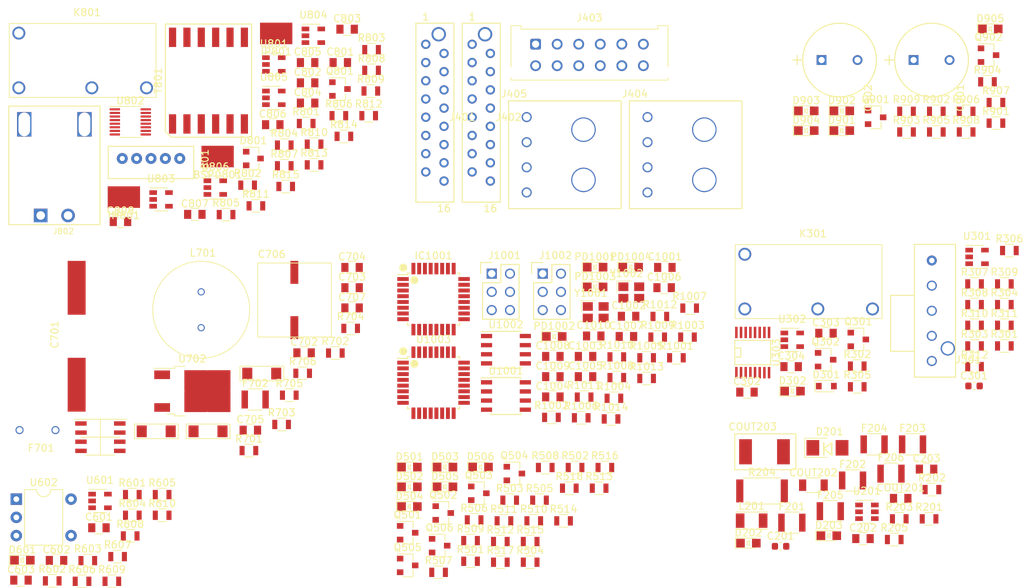
<source format=kicad_pcb>
(kicad_pcb (version 20171130) (host pcbnew 5.1.9-73d0e3b20d~88~ubuntu20.04.1)
  (layers (0 F.Cu signal) (31 B.Cu signal) (34 B.Paste user) (35 F.Paste user) (36 B.SilkS user) (37 F.SilkS user) (38 B.Mask user) (39 F.Mask user) (44 Edge.Cuts user))
  (net 0 "")
  (net 1 BSPD_CURRENT_SENSE)
  (net 2 +AIR_COIL-)
  (net 3 "Net-(C201-Pad1)")
  (net 4 "Net-(C203-Pad2)")
  (net 5 "Net-(C203-Pad1)")
  (net 6 "Net-(C301-Pad1)")
  (net 7 12V_IMD)
  (net 8 15V+)
  (net 9 15V-)
  (net 10 12V_TSAL)
  (net 11 TS+)
  (net 12 /power_secondary.sch/SW)
  (net 13 /power_secondary.sch/VCC)
  (net 14 /power_secondary.sch/FB)
  (net 15 "Net-(C704-Pad1)")
  (net 16 "Net-(C706-Pad1)")
  (net 17 5V_BMS)
  (net 18 "Net-(C804-Pad1)")
  (net 19 "Net-(C805-Pad1)")
  (net 20 +AIR_COIL+)
  (net 21 "Net-(C1002-Pad1)")
  (net 22 +AIR_AUX+)
  (net 23 "Net-(C1005-Pad1)")
  (net 24 "Net-(C1006-Pad1)")
  (net 25 "Net-(C1008-Pad1)")
  (net 26 "Net-(C1009-Pad1)")
  (net 27 "Net-(C1010-Pad1)")
  (net 28 "Net-(COUT201-Pad1)")
  (net 29 "Net-(D202-Pad2)")
  (net 30 "Net-(D203-Pad2)")
  (net 31 "Net-(D301-Pad2)")
  (net 32 12V_SHUTDOWN)
  (net 33 "Net-(D302-Pad1)")
  (net 34 "Net-(D302-Pad2)")
  (net 35 "Net-(D501-Pad2)")
  (net 36 "Net-(D502-Pad2)")
  (net 37 "Net-(D503-Pad2)")
  (net 38 "Net-(D504-Pad2)")
  (net 39 "Net-(D505-Pad2)")
  (net 40 "Net-(D506-Pad2)")
  (net 41 "Net-(D601-Pad1)")
  (net 42 "Net-(D601-Pad2)")
  (net 43 "Net-(D701-Pad2)")
  (net 44 "Net-(D801-Pad1)")
  (net 45 "Net-(D901-Pad2)")
  (net 46 "Net-(D902-Pad2)")
  (net 47 "Net-(D903-Pad2)")
  (net 48 "Net-(D904-Pad2)")
  (net 49 "Net-(D905-Pad2)")
  (net 50 +5V)
  (net 51 +BATT)
  (net 52 "Net-(F701-Pad1)")
  (net 53 PM_RESET)
  (net 54 CHARGE_ENABLE2)
  (net 55 CHARGE_ENABLE1)
  (net 56 SCK_ISO)
  (net 57 CS_ISO)
  (net 58 "Net-(IC1001-Pad26)")
  (net 59 BMS_RELAY_DRIVE)
  (net 60 "Net-(IC1001-Pad24)")
  (net 61 "Net-(IC1001-Pad23)")
  (net 62 "Net-(IC1001-Pad22)")
  (net 63 "Net-(IC1001-Pad21)")
  (net 64 VOUT)
  (net 65 VREF)
  (net 66 nOCD)
  (net 67 /micros/PM_DBG_2)
  (net 68 /micros/PM_DBG_1)
  (net 69 "Net-(IC1001-Pad13)")
  (net 70 PM_SCK)
  (net 71 MOSI_ISO)
  (net 72 MISO_ISO)
  (net 73 /micros/PM_RXCAN)
  (net 74 /micros/PM_TXCAN)
  (net 75 FAN_PWM_RAW)
  (net 76 PM_MOSI)
  (net 77 PM_MISO)
  (net 78 IM)
  (net 79 IP)
  (net 80 IMD_Output)
  (net 81 SM_RJ45_LEDO)
  (net 82 SM_RJ45_LEDG)
  (net 83 PM_RJ45_LEDO)
  (net 84 PM_RJ45_LEDG)
  (net 85 SM_SCK)
  (net 86 SM_MISO)
  (net 87 SM_RESET)
  (net 88 SM_MOSI)
  (net 89 "Net-(J402-Pad16)")
  (net 90 FAN_PWM)
  (net 91 TSAL_GREEN-)
  (net 92 TSAL_RED-)
  (net 93 CANL)
  (net 94 CANH)
  (net 95 -AIR_COIL-)
  (net 96 -AIR_AUX-)
  (net 97 +AIR_AUX-)
  (net 98 PRECHARGE_LSD)
  (net 99 DETECT_IMD_LATCH)
  (net 100 DETECT_BMS)
  (net 101 DETECT_MPC)
  (net 102 "Net-(PD1001-Pad1)")
  (net 103 "Net-(PD1002-Pad1)")
  (net 104 "Net-(PD1003-Pad1)")
  (net 105 /micros/SM_DBG_1)
  (net 106 "Net-(PD1004-Pad1)")
  (net 107 /micros/SM_DBG_2)
  (net 108 IMD_STATUS_OUTPUT)
  (net 109 SS_HVD_CONN)
  (net 110 DETECT_HVD_CONN)
  (net 111 SS_HVD)
  (net 112 DETECT_HVD)
  (net 113 SS_MPC)
  (net 114 SS_BMS)
  (net 115 SS_IMD_LATCH)
  (net 116 SS_TSMS)
  (net 117 PRECHARGE_CTL)
  (net 118 -AIR_LSD)
  (net 119 "Net-(R202-Pad1)")
  (net 120 "Net-(R301-Pad1)")
  (net 121 "Net-(R302-Pad1)")
  (net 122 "Net-(R304-Pad1)")
  (net 123 "Net-(R305-Pad1)")
  (net 124 "Net-(R308-Pad1)")
  (net 125 "Net-(R601-Pad1)")
  (net 126 "Net-(R602-Pad1)")
  (net 127 "Net-(R604-Pad1)")
  (net 128 "Net-(R605-Pad1)")
  (net 129 "Net-(R606-Pad1)")
  (net 130 AIL+)
  (net 131 "Net-(R610-Pad1)")
  (net 132 "Net-(R702-Pad1)")
  (net 133 "Net-(R703-Pad2)")
  (net 134 "Net-(R803-Pad2)")
  (net 135 "Net-(R804-Pad2)")
  (net 136 "Net-(R805-Pad2)")
  (net 137 "Net-(R805-Pad1)")
  (net 138 "Net-(R808-Pad2)")
  (net 139 "Net-(R809-Pad1)")
  (net 140 "Net-(R810-Pad2)")
  (net 141 "Net-(R811-Pad1)")
  (net 142 "Net-(R812-Pad2)")
  (net 143 "Net-(R1012-Pad2)")
  (net 144 "Net-(R1013-Pad2)")
  (net 145 "Net-(T801-Pad6)")
  (net 146 "Net-(T801-Pad7)")
  (net 147 "Net-(T801-Pad5)")
  (net 148 "Net-(T801-Pad8)")
  (net 149 "Net-(T801-Pad4)")
  (net 150 "Net-(T801-Pad9)")
  (net 151 "Net-(T801-Pad11)")
  (net 152 "Net-(U301-Pad1)")
  (net 153 "Net-(U302-Pad1)")
  (net 154 "Net-(U303-Pad13)")
  (net 155 "Net-(U303-Pad10)")
  (net 156 "Net-(U303-Pad9)")
  (net 157 "Net-(U303-Pad1)")
  (net 158 /tsal_ail/TSAL_FLAG)
  (net 159 "Net-(U801-Pad1)")
  (net 160 "Net-(U804-Pad1)")
  (net 161 "Net-(U805-Pad1)")
  (net 162 "Net-(U1001-Pad5)")
  (net 163 "Net-(U1002-Pad5)")
  (net 164 /micros/SM_RXCAN)
  (net 165 /micros/SM_TXCAN)
  (net 166 "Net-(U1003-Pad32)")
  (net 167 "Net-(U1003-Pad30)")
  (net 168 "Net-(U1003-Pad21)")
  (net 169 "Net-(U1003-Pad13)")
  (net 170 "Net-(U1003-Pad3)")
  (module footprints:Crystal_SMD_FA238 (layer F.Cu) (at -71.959999 51.960001)
    (fp_text reference Y1002 (at -0.67564 -2.66192) (layer F.SilkS))
    (fp_text value Crystal_SMD hide)
    (pad 4 smd rect (at -1.1 -0.8) (size 1.4 1.2) (layers F.Cu F.Mask) (net 2 +AIR_COIL-))
    (pad 3 smd rect (at 1.1 -0.8) (size 1.4 1.2) (layers F.Cu F.Mask) (net 27 "Net-(C1010-Pad1)"))
    (pad 2 smd rect (at 1.1 0.8) (size 1.4 1.2) (layers F.Cu F.Mask) (net 2 +AIR_COIL-))
    (pad 1 smd rect (at -1.1 0.8) (size 1.4 1.2) (layers F.Cu F.Mask) (net 26 "Net-(C1009-Pad1)"))
  )
  (module footprints:Crystal_SMD_FA238 (layer F.Cu) (at -76.909999 54.710001)
    (fp_text reference Y1001 (at -0.67564 -2.66192) (layer F.SilkS))
    (fp_text value Crystal_SMD hide)
    (pad 4 smd rect (at -1.1 -0.8) (size 1.4 1.2) (layers F.Cu F.Mask) (net 2 +AIR_COIL-))
    (pad 3 smd rect (at 1.1 -0.8) (size 1.4 1.2) (layers F.Cu F.Mask) (net 24 "Net-(C1006-Pad1)"))
    (pad 2 smd rect (at 1.1 0.8) (size 1.4 1.2) (layers F.Cu F.Mask) (net 2 +AIR_COIL-))
    (pad 1 smd rect (at -1.1 0.8) (size 1.4 1.2) (layers F.Cu F.Mask) (net 23 "Net-(C1005-Pad1)"))
  )
  (module footprints:TQFP-32_7x7mm_Pitch0.8mm (layer F.Cu) (at -99.484999 64.535001)
    (fp_text reference U1003 (at 0 -6.05) (layer F.SilkS))
    (fp_text value ATMEGA16M1 hide)
    (pad 32 smd rect (at -2.8 -4.25 90) (size 1.6 0.55) (layers F.Cu F.Paste F.Mask) (net 166 "Net-(U1003-Pad32)"))
    (pad 31 smd rect (at -2 -4.25 90) (size 1.6 0.55) (layers F.Cu F.Paste F.Mask) (net 87 SM_RESET))
    (pad 30 smd rect (at -1.2 -4.25 90) (size 1.6 0.55) (layers F.Cu F.Paste F.Mask) (net 167 "Net-(U1003-Pad30)"))
    (pad 29 smd rect (at -0.4 -4.25 90) (size 1.6 0.55) (layers F.Cu F.Paste F.Mask) (net 108 IMD_STATUS_OUTPUT))
    (pad 28 smd rect (at 0.4 -4.25 90) (size 1.6 0.55) (layers F.Cu F.Paste F.Mask) (net 111 SS_HVD))
    (pad 27 smd rect (at 1.2 -4.25 90) (size 1.6 0.55) (layers F.Cu F.Paste F.Mask) (net 109 SS_HVD_CONN))
    (pad 26 smd rect (at 2 -4.25 90) (size 1.6 0.55) (layers F.Cu F.Paste F.Mask) (net 113 SS_MPC))
    (pad 25 smd rect (at 2.8 -4.25 90) (size 1.6 0.55) (layers F.Cu F.Paste F.Mask) (net 114 SS_BMS))
    (pad 24 smd rect (at 4.25 -2.8) (size 1.6 0.55) (layers F.Cu F.Paste F.Mask) (net 115 SS_IMD_LATCH))
    (pad 23 smd rect (at 4.25 -2) (size 1.6 0.55) (layers F.Cu F.Paste F.Mask) (net 116 SS_TSMS))
    (pad 22 smd rect (at 4.25 -1.2) (size 1.6 0.55) (layers F.Cu F.Paste F.Mask) (net 118 -AIR_LSD))
    (pad 21 smd rect (at 4.25 -0.4) (size 1.6 0.55) (layers F.Cu F.Paste F.Mask) (net 168 "Net-(U1003-Pad21)"))
    (pad 20 smd rect (at 4.25 0.4) (size 1.6 0.55) (layers F.Cu F.Paste F.Mask) (net 2 +AIR_COIL-))
    (pad 19 smd rect (at 4.25 1.2) (size 1.6 0.55) (layers F.Cu F.Paste F.Mask) (net 25 "Net-(C1008-Pad1)"))
    (pad 18 smd rect (at 4.25 2) (size 1.6 0.55) (layers F.Cu F.Paste F.Mask) (net 96 -AIR_AUX-))
    (pad 17 smd rect (at 4.25 2.8) (size 1.6 0.55) (layers F.Cu F.Paste F.Mask) (net 97 +AIR_AUX-))
    (pad 16 smd rect (at 2.8 4.25 90) (size 1.6 0.55) (layers F.Cu F.Paste F.Mask) (net 117 PRECHARGE_CTL))
    (pad 15 smd rect (at 2 4.25 90) (size 1.6 0.55) (layers F.Cu F.Paste F.Mask) (net 107 /micros/SM_DBG_2))
    (pad 14 smd rect (at 1.2 4.25 90) (size 1.6 0.55) (layers F.Cu F.Paste F.Mask) (net 105 /micros/SM_DBG_1))
    (pad 13 smd rect (at 0.4 4.25 90) (size 1.6 0.55) (layers F.Cu F.Paste F.Mask) (net 169 "Net-(U1003-Pad13)"))
    (pad 12 smd rect (at -0.4 4.25 90) (size 1.6 0.55) (layers F.Cu F.Paste F.Mask) (net 85 SM_SCK))
    (pad 11 smd rect (at -1.2 4.25 90) (size 1.6 0.55) (layers F.Cu F.Paste F.Mask) (net 26 "Net-(C1009-Pad1)"))
    (pad 10 smd rect (at -2 4.25 90) (size 1.6 0.55) (layers F.Cu F.Paste F.Mask) (net 27 "Net-(C1010-Pad1)"))
    (pad 9 smd rect (at -2.8 4.25 90) (size 1.6 0.55) (layers F.Cu F.Paste F.Mask) (net 144 "Net-(R1013-Pad2)"))
    (pad 8 smd rect (at -4.25 2.8) (size 1.6 0.55) (layers F.Cu F.Paste F.Mask) (net 143 "Net-(R1012-Pad2)"))
    (pad 7 smd rect (at -4.25 2) (size 1.6 0.55) (layers F.Cu F.Paste F.Mask) (net 164 /micros/SM_RXCAN))
    (pad 6 smd rect (at -4.25 1.2) (size 1.6 0.55) (layers F.Cu F.Paste F.Mask) (net 165 /micros/SM_TXCAN))
    (pad 5 smd rect (at -4.25 0.4) (size 1.6 0.55) (layers F.Cu F.Paste F.Mask) (net 2 +AIR_COIL-))
    (pad 4 smd rect (at -4.25 -0.4) (size 1.6 0.55) (layers F.Cu F.Paste F.Mask) (net 22 +AIR_AUX+))
    (pad 3 smd rect (at -4.25 -1.2) (size 1.6 0.55) (layers F.Cu F.Paste F.Mask) (net 170 "Net-(U1003-Pad3)"))
    (pad 2 smd rect (at -4.25 -2) (size 1.6 0.55) (layers F.Cu F.Paste F.Mask) (net 88 SM_MOSI))
    (pad 1 smd rect (at -4.25 -2.8) (size 1.6 0.55) (layers F.Cu F.Paste F.Mask) (net 86 SM_MISO))
  )
  (module footprints:SOIC-8_3.9x4.9mm_Pitch1.27mm_OEM (layer F.Cu) (at -89.404999 59.935001)
    (fp_text reference U1002 (at 0 -3.5) (layer F.SilkS))
    (fp_text value MCP2561-E_SN hide)
    (pad 8 smd rect (at 2.7 -1.905) (size 1.55 0.6) (layers F.Cu F.Paste F.Mask) (net 2 +AIR_COIL-))
    (pad 7 smd rect (at 2.7 -0.635) (size 1.55 0.6) (layers F.Cu F.Paste F.Mask) (net 94 CANH))
    (pad 6 smd rect (at 2.7 0.635) (size 1.55 0.6) (layers F.Cu F.Paste F.Mask) (net 93 CANL))
    (pad 5 smd rect (at 2.7 1.905) (size 1.55 0.6) (layers F.Cu F.Paste F.Mask) (net 163 "Net-(U1002-Pad5)"))
    (pad 4 smd rect (at -2.7 1.905) (size 1.55 0.6) (layers F.Cu F.Paste F.Mask) (net 164 /micros/SM_RXCAN))
    (pad 3 smd rect (at -2.7 0.635) (size 1.55 0.6) (layers F.Cu F.Paste F.Mask) (net 22 +AIR_AUX+))
    (pad 2 smd rect (at -2.7 -0.635) (size 1.55 0.6) (layers F.Cu F.Paste F.Mask) (net 2 +AIR_COIL-))
    (pad 1 smd rect (at -2.7 -1.905) (size 1.55 0.6) (layers F.Cu F.Paste F.Mask) (net 165 /micros/SM_TXCAN))
  )
  (module footprints:SOIC-8_3.9x4.9mm_Pitch1.27mm_OEM (layer F.Cu) (at -89.404999 66.385001)
    (fp_text reference U1001 (at 0 -3.5) (layer F.SilkS))
    (fp_text value MCP2561-E_SN hide)
    (pad 8 smd rect (at 2.7 -1.905) (size 1.55 0.6) (layers F.Cu F.Paste F.Mask) (net 2 +AIR_COIL-))
    (pad 7 smd rect (at 2.7 -0.635) (size 1.55 0.6) (layers F.Cu F.Paste F.Mask) (net 94 CANH))
    (pad 6 smd rect (at 2.7 0.635) (size 1.55 0.6) (layers F.Cu F.Paste F.Mask) (net 93 CANL))
    (pad 5 smd rect (at 2.7 1.905) (size 1.55 0.6) (layers F.Cu F.Paste F.Mask) (net 162 "Net-(U1001-Pad5)"))
    (pad 4 smd rect (at -2.7 1.905) (size 1.55 0.6) (layers F.Cu F.Paste F.Mask) (net 73 /micros/PM_RXCAN))
    (pad 3 smd rect (at -2.7 0.635) (size 1.55 0.6) (layers F.Cu F.Paste F.Mask) (net 17 5V_BMS))
    (pad 2 smd rect (at -2.7 -0.635) (size 1.55 0.6) (layers F.Cu F.Paste F.Mask) (net 2 +AIR_COIL-))
    (pad 1 smd rect (at -2.7 -1.905) (size 1.55 0.6) (layers F.Cu F.Paste F.Mask) (net 74 /micros/PM_TXCAN))
  )
  (module footprints:SOT-23-5_OEM (layer F.Cu) (at -129.864999 37.345001)
    (fp_text reference U806 (at 0 -2.9) (layer F.SilkS))
    (fp_text value SN74LVC1G32DBVR hide)
    (pad 5 smd rect (at 1.1 -0.95) (size 1.06 0.65) (layers F.Cu F.Paste F.Mask) (net 17 5V_BMS))
    (pad 4 smd rect (at 1.1 0.95) (size 1.06 0.65) (layers F.Cu F.Paste F.Mask) (net 1 BSPD_CURRENT_SENSE))
    (pad 3 smd rect (at -1.1 0.95) (size 1.06 0.65) (layers F.Cu F.Paste F.Mask) (net 2 +AIR_COIL-))
    (pad 2 smd rect (at -1.1 0) (size 1.06 0.65) (layers F.Cu F.Paste F.Mask) (net 161 "Net-(U805-Pad1)"))
    (pad 1 smd rect (at -1.1 -0.95) (size 1.06 0.65) (layers F.Cu F.Paste F.Mask) (net 160 "Net-(U804-Pad1)"))
  )
  (module footprints:SOT-23-5_OEM (layer F.Cu) (at -121.714999 24.845001)
    (fp_text reference U805 (at 0 -2.9) (layer F.SilkS))
    (fp_text value MCP6001 hide)
    (pad 5 smd rect (at 1.1 -0.95) (size 1.06 0.65) (layers F.Cu F.Paste F.Mask) (net 17 5V_BMS))
    (pad 4 smd rect (at 1.1 0.95) (size 1.06 0.65) (layers F.Cu F.Paste F.Mask) (net 141 "Net-(R811-Pad1)"))
    (pad 3 smd rect (at -1.1 0.95) (size 1.06 0.65) (layers F.Cu F.Paste F.Mask) (net 138 "Net-(R808-Pad2)"))
    (pad 2 smd rect (at -1.1 0) (size 1.06 0.65) (layers F.Cu F.Paste F.Mask) (net 2 +AIR_COIL-))
    (pad 1 smd rect (at -1.1 -0.95) (size 1.06 0.65) (layers F.Cu F.Paste F.Mask) (net 161 "Net-(U805-Pad1)"))
  )
  (module footprints:SOT-23-5_OEM (layer F.Cu) (at -116.214999 16.195001)
    (fp_text reference U804 (at 0 -2.9) (layer F.SilkS))
    (fp_text value MCP6001 hide)
    (pad 5 smd rect (at 1.1 -0.95) (size 1.06 0.65) (layers F.Cu F.Paste F.Mask) (net 17 5V_BMS))
    (pad 4 smd rect (at 1.1 0.95) (size 1.06 0.65) (layers F.Cu F.Paste F.Mask) (net 64 VOUT))
    (pad 3 smd rect (at -1.1 0.95) (size 1.06 0.65) (layers F.Cu F.Paste F.Mask) (net 142 "Net-(R812-Pad2)"))
    (pad 2 smd rect (at -1.1 0) (size 1.06 0.65) (layers F.Cu F.Paste F.Mask) (net 2 +AIR_COIL-))
    (pad 1 smd rect (at -1.1 -0.95) (size 1.06 0.65) (layers F.Cu F.Paste F.Mask) (net 160 "Net-(U804-Pad1)"))
  )
  (module footprints:SOT-23-5_OEM (layer F.Cu) (at -137.414999 38.995001)
    (fp_text reference U803 (at 0 -2.9) (layer F.SilkS))
    (fp_text value MCP6001 hide)
    (pad 5 smd rect (at 1.1 -0.95) (size 1.06 0.65) (layers F.Cu F.Paste F.Mask) (net 17 5V_BMS))
    (pad 4 smd rect (at 1.1 0.95) (size 1.06 0.65) (layers F.Cu F.Paste F.Mask) (net 135 "Net-(R804-Pad2)"))
    (pad 3 smd rect (at -1.1 0.95) (size 1.06 0.65) (layers F.Cu F.Paste F.Mask) (net 134 "Net-(R803-Pad2)"))
    (pad 2 smd rect (at -1.1 0) (size 1.06 0.65) (layers F.Cu F.Paste F.Mask) (net 2 +AIR_COIL-))
    (pad 1 smd rect (at -1.1 -0.95) (size 1.06 0.65) (layers F.Cu F.Paste F.Mask) (net 138 "Net-(R808-Pad2)"))
  )
  (module Package_SO:MSOP-16_3x4mm_P0.5mm (layer F.Cu) (at -141.694999 28.195001)
    (fp_text reference U802 (at 0 -2.95) (layer F.SilkS))
    (fp_text value LTC6820HMS)
    (pad 16 smd roundrect (at 2.15 -1.75) (size 1.45 0.3) (layers F.Cu F.Paste F.Mask) (net 137 "Net-(R805-Pad1)"))
    (pad 15 smd roundrect (at 2.15 -1.25) (size 1.45 0.3) (layers F.Cu F.Paste F.Mask) (net 136 "Net-(R805-Pad2)"))
    (pad 14 smd roundrect (at 2.15 -0.75) (size 1.45 0.3) (layers F.Cu F.Paste F.Mask) (net 2 +AIR_COIL-))
    (pad 13 smd roundrect (at 2.15 -0.25) (size 1.45 0.3) (layers F.Cu F.Paste F.Mask) (net 2 +AIR_COIL-))
    (pad 12 smd roundrect (at 2.15 0.25) (size 1.45 0.3) (layers F.Cu F.Paste F.Mask) (net 17 5V_BMS))
    (pad 11 smd roundrect (at 2.15 0.75) (size 1.45 0.3) (layers F.Cu F.Paste F.Mask) (net 140 "Net-(R810-Pad2)"))
    (pad 10 smd roundrect (at 2.15 1.25) (size 1.45 0.3) (layers F.Cu F.Paste F.Mask) (net 139 "Net-(R809-Pad1)"))
    (pad 9 smd roundrect (at 2.15 1.75) (size 1.45 0.3) (layers F.Cu F.Paste F.Mask) (net 17 5V_BMS))
    (pad 8 smd roundrect (at -2.15 1.75) (size 1.45 0.3) (layers F.Cu F.Paste F.Mask) (net 17 5V_BMS))
    (pad 7 smd roundrect (at -2.15 1.25) (size 1.45 0.3) (layers F.Cu F.Paste F.Mask) (net 17 5V_BMS))
    (pad 6 smd roundrect (at -2.15 0.75) (size 1.45 0.3) (layers F.Cu F.Paste F.Mask) (net 17 5V_BMS))
    (pad 5 smd roundrect (at -2.15 0.25) (size 1.45 0.3) (layers F.Cu F.Paste F.Mask) (net 57 CS_ISO))
    (pad 4 smd roundrect (at -2.15 -0.25) (size 1.45 0.3) (layers F.Cu F.Paste F.Mask) (net 56 SCK_ISO))
    (pad 3 smd roundrect (at -2.15 -0.75) (size 1.45 0.3) (layers F.Cu F.Paste F.Mask) (net 72 MISO_ISO))
    (pad 2 smd roundrect (at -2.15 -1.25) (size 1.45 0.3) (layers F.Cu F.Paste F.Mask) (net 71 MOSI_ISO))
    (pad 1 smd roundrect (at -2.15 -1.75) (size 1.45 0.3) (layers F.Cu F.Paste F.Mask) (net 2 +AIR_COIL-))
  )
  (module Package_TO_SOT_SMD:SOT-23-5 (layer F.Cu) (at -121.714999 20.195001)
    (fp_text reference U801 (at 0 -2.9) (layer F.SilkS))
    (fp_text value SN74LVC1G17)
    (pad 5 smd rect (at 1.1 -0.95) (size 1.06 0.65) (layers F.Cu F.Paste F.Mask) (net 17 5V_BMS))
    (pad 4 smd rect (at 1.1 0.95) (size 1.06 0.65) (layers F.Cu F.Paste F.Mask) (net 75 FAN_PWM_RAW))
    (pad 3 smd rect (at -1.1 0.95) (size 1.06 0.65) (layers F.Cu F.Paste F.Mask) (net 2 +AIR_COIL-))
    (pad 2 smd rect (at -1.1 0) (size 1.06 0.65) (layers F.Cu F.Paste F.Mask) (net 90 FAN_PWM))
    (pad 1 smd rect (at -1.1 -0.95) (size 1.06 0.65) (layers F.Cu F.Paste F.Mask) (net 159 "Net-(U801-Pad1)"))
  )
  (module footprints:TO-252-2 (layer F.Cu) (at -133.064999 65.705001)
    (fp_text reference U702 (at 0 -4.5) (layer F.SilkS))
    (fp_text value LR8K4-G)
    (pad 1 smd rect (at -4.2 -2.28) (size 2.2 1.2) (layers F.Cu F.Paste F.Mask) (net 52 "Net-(F701-Pad1)"))
    (pad 3 smd rect (at -4.2 2.28) (size 2.2 1.2) (layers F.Cu F.Paste F.Mask) (net 132 "Net-(R702-Pad1)"))
    (pad 2 smd rect (at 2.1 0) (size 6.4 5.8) (layers F.Cu F.Mask) (net 8 15V+))
    (pad 2 smd rect (at 3.775 1.525) (size 3.05 2.75) (layers F.Cu F.Paste) (net 8 15V+))
    (pad 2 smd rect (at 0.425 -1.525) (size 3.05 2.75) (layers F.Cu F.Paste) (net 8 15V+))
    (pad 2 smd rect (at 3.775 -1.525) (size 3.05 2.75) (layers F.Cu F.Paste) (net 8 15V+))
    (pad 2 smd rect (at 0.425 1.525) (size 3.05 2.75) (layers F.Cu F.Paste) (net 8 15V+))
  )
  (module footprints:Converter_DCDC_MPS_MP9488 (layer F.Cu) (at -145.859999 72.120001)
    (fp_text reference U701 hide)
    (fp_text value MP9488)
    (pad 5 connect rect (at 2.7 1.905) (size 1.6 0.61) (layers F.Cu F.Mask) (net 11 TS+))
    (pad 6 connect rect (at 2.7 0.635) (size 1.6 0.61) (layers F.Cu F.Mask) (net 11 TS+))
    (pad 7 connect rect (at 2.7 -0.635) (size 1.6 0.61) (layers F.Cu F.Mask) (net 11 TS+))
    (pad 8 connect rect (at 2.7 -1.905) (size 1.6 0.61) (layers F.Cu F.Mask) (net 11 TS+))
    (pad 4 connect rect (at -2.7 1.905) (size 1.6 0.61) (layers F.Cu F.Mask) (net 12 /power_secondary.sch/SW))
    (pad 2 connect rect (at -2.7 -0.635) (size 1.6 0.61) (layers F.Cu F.Mask) (net 14 /power_secondary.sch/FB))
    (pad 1 connect rect (at -2.71 -1.905) (size 1.6 0.61) (layers F.Cu F.Mask) (net 13 /power_secondary.sch/VCC))
    (pad 3 connect rect (at -2.7 0.635) (size 1.6 0.61) (layers F.Cu F.Mask) (net 12 /power_secondary.sch/SW))
  )
  (module footprints:DIP-5-6_W7.62mm (layer F.Cu) (at -157.564999 80.755001)
    (fp_text reference U602 (at 3.81 -2.33) (layer F.SilkS))
    (fp_text value CPC1025NTR)
    (pad 6 thru_hole oval (at 7.62 0) (size 1.6 1.6) (drill 0.8) (layers *.Cu *.Mask))
    (pad 3 thru_hole oval (at 0 5.08) (size 1.6 1.6) (drill 0.8) (layers *.Cu *.Mask) (net 158 /tsal_ail/TSAL_FLAG))
    (pad 2 thru_hole oval (at 0 2.54) (size 1.6 1.6) (drill 0.8) (layers *.Cu *.Mask) (net 9 15V-))
    (pad 4 thru_hole oval (at 7.62 5.08) (size 1.6 1.6) (drill 0.8) (layers *.Cu *.Mask) (net 10 12V_TSAL))
    (pad 1 thru_hole rect (at 0 0) (size 1.6 1.6) (drill 0.8) (layers *.Cu *.Mask) (net 131 "Net-(R610-Pad1)"))
  )
  (module Package_TO_SOT_SMD:SOT-23-5 (layer F.Cu) (at -145.914999 81.005001)
    (fp_text reference U601 (at 0 -2.9) (layer F.SilkS))
    (fp_text value MCP6001)
    (pad 5 smd rect (at 1.1 -0.95) (size 1.06 0.65) (layers F.Cu F.Paste F.Mask) (net 8 15V+))
    (pad 4 smd rect (at 1.1 0.95) (size 1.06 0.65) (layers F.Cu F.Paste F.Mask) (net 126 "Net-(R602-Pad1)"))
    (pad 3 smd rect (at -1.1 0.95) (size 1.06 0.65) (layers F.Cu F.Paste F.Mask) (net 128 "Net-(R605-Pad1)"))
    (pad 2 smd rect (at -1.1 0) (size 1.06 0.65) (layers F.Cu F.Paste F.Mask) (net 9 15V-))
    (pad 1 smd rect (at -1.1 -0.95) (size 1.06 0.65) (layers F.Cu F.Paste F.Mask) (net 42 "Net-(D601-Pad2)"))
  )
  (module footprints:TSSOP-16-OEM (layer F.Cu) (at -55.054999 60.33)
    (fp_text reference U303 (at 3.3 0 270) (layer F.SilkS))
    (fp_text value CD4043BPWR hide)
    (pad 16 smd rect (at -2.275 -2.8) (size 0.35 1.6) (layers F.Cu F.Paste F.Mask) (net 7 12V_IMD))
    (pad 15 smd rect (at -1.625 -2.8) (size 0.35 1.6) (layers F.Cu F.Paste F.Mask) (net 2 +AIR_COIL-))
    (pad 14 smd rect (at -0.975 -2.8) (size 0.35 1.6) (layers F.Cu F.Paste F.Mask) (net 2 +AIR_COIL-))
    (pad 13 smd rect (at -0.325 -2.8) (size 0.35 1.6) (layers F.Cu F.Paste F.Mask) (net 154 "Net-(U303-Pad13)"))
    (pad 12 smd rect (at 0.325 -2.8) (size 0.35 1.6) (layers F.Cu F.Paste F.Mask) (net 2 +AIR_COIL-))
    (pad 11 smd rect (at 0.975 -2.8) (size 0.35 1.6) (layers F.Cu F.Paste F.Mask) (net 2 +AIR_COIL-))
    (pad 10 smd rect (at 1.625 -2.8) (size 0.35 1.6) (layers F.Cu F.Paste F.Mask) (net 155 "Net-(U303-Pad10)"))
    (pad 9 smd rect (at 2.275 -2.8) (size 0.35 1.6) (layers F.Cu F.Paste F.Mask) (net 156 "Net-(U303-Pad9)"))
    (pad 8 smd rect (at 2.275 2.8) (size 0.35 1.6) (layers F.Cu F.Paste F.Mask) (net 2 +AIR_COIL-))
    (pad 7 smd rect (at 1.625 2.8) (size 0.35 1.6) (layers F.Cu F.Paste F.Mask) (net 2 +AIR_COIL-))
    (pad 6 smd rect (at 0.975 2.8) (size 0.35 1.6) (layers F.Cu F.Paste F.Mask) (net 2 +AIR_COIL-))
    (pad 5 smd rect (at 0.325 2.8) (size 0.35 1.6) (layers F.Cu F.Paste F.Mask) (net 7 12V_IMD))
    (pad 4 smd rect (at -0.325 2.8) (size 0.35 1.6) (layers F.Cu F.Paste F.Mask) (net 153 "Net-(U302-Pad1)"))
    (pad 3 smd rect (at -0.975 2.8) (size 0.35 1.6) (layers F.Cu F.Paste F.Mask) (net 152 "Net-(U301-Pad1)"))
    (pad 2 smd rect (at -1.625 2.8) (size 0.35 1.6) (layers F.Cu F.Paste F.Mask) (net 108 IMD_STATUS_OUTPUT))
    (pad 1 smd rect (at -2.275 2.8) (size 0.35 1.6) (layers F.Cu F.Paste F.Mask) (net 157 "Net-(U303-Pad1)"))
  )
  (module footprints:SOT-23-5_OEM (layer F.Cu) (at -49.554999 58.555001)
    (fp_text reference U302 (at 0 -2.9) (layer F.SilkS))
    (fp_text value TLV3701QDBVRG4Q1 hide)
    (pad 5 smd rect (at 1.1 -0.95) (size 1.06 0.65) (layers F.Cu F.Paste F.Mask) (net 7 12V_IMD))
    (pad 4 smd rect (at 1.1 0.95) (size 1.06 0.65) (layers F.Cu F.Paste F.Mask) (net 80 IMD_Output))
    (pad 3 smd rect (at -1.1 0.95) (size 1.06 0.65) (layers F.Cu F.Paste F.Mask) (net 124 "Net-(R308-Pad1)"))
    (pad 2 smd rect (at -1.1 0) (size 1.06 0.65) (layers F.Cu F.Paste F.Mask) (net 2 +AIR_COIL-))
    (pad 1 smd rect (at -1.1 -0.95) (size 1.06 0.65) (layers F.Cu F.Paste F.Mask) (net 153 "Net-(U302-Pad1)"))
  )
  (module footprints:SOT-23-5_OEM (layer F.Cu) (at -23.824999 47.005001)
    (fp_text reference U301 (at 0 -2.9) (layer F.SilkS))
    (fp_text value TLV3701QDBVRG4Q1 hide)
    (pad 5 smd rect (at 1.1 -0.95) (size 1.06 0.65) (layers F.Cu F.Paste F.Mask) (net 7 12V_IMD))
    (pad 4 smd rect (at 1.1 0.95) (size 1.06 0.65) (layers F.Cu F.Paste F.Mask) (net 6 "Net-(C301-Pad1)"))
    (pad 3 smd rect (at -1.1 0.95) (size 1.06 0.65) (layers F.Cu F.Paste F.Mask) (net 122 "Net-(R304-Pad1)"))
    (pad 2 smd rect (at -1.1 0) (size 1.06 0.65) (layers F.Cu F.Paste F.Mask) (net 2 +AIR_COIL-))
    (pad 1 smd rect (at -1.1 -0.95) (size 1.06 0.65) (layers F.Cu F.Paste F.Mask) (net 152 "Net-(U301-Pad1)"))
  )
  (module footprints:SOT-23-6_OEM (layer F.Cu) (at -39.154999 82.515001)
    (fp_text reference U201 (at 0 -2.9) (layer F.SilkS))
    (fp_text value TPS560430YF hide)
    (pad 5 smd rect (at 1.1 0) (size 1.06 0.65) (layers F.Cu F.Paste F.Mask) (net 3 "Net-(C201-Pad1)"))
    (pad 6 smd rect (at 1.1 -0.95) (size 1.06 0.65) (layers F.Cu F.Paste F.Mask) (net 5 "Net-(C203-Pad1)"))
    (pad 4 smd rect (at 1.1 0.95) (size 1.06 0.65) (layers F.Cu F.Paste F.Mask) (net 3 "Net-(C201-Pad1)"))
    (pad 3 smd rect (at -1.1 0.95) (size 1.06 0.65) (layers F.Cu F.Paste F.Mask) (net 119 "Net-(R202-Pad1)"))
    (pad 2 smd rect (at -1.1 0) (size 1.06 0.65) (layers F.Cu F.Paste F.Mask) (net 2 +AIR_COIL-))
    (pad 1 smd rect (at -1.1 -0.95) (size 1.06 0.65) (layers F.Cu F.Paste F.Mask) (net 4 "Net-(C203-Pad2)"))
  )
  (module footprints:T_LAN_SM91501ALE (layer F.Cu) (at -130.814999 22.445001)
    (fp_text reference T801 (at -7 0 90) (layer F.SilkS))
    (fp_text value T_LAN_SM91501ALE)
    (pad 6 smd rect (at 5 6.035) (size 1 2.7) (layers F.Cu F.Paste F.Mask) (net 145 "Net-(T801-Pad6)"))
    (pad 7 smd rect (at 5 -6.035) (size 1 2.7) (layers F.Cu F.Paste F.Mask) (net 146 "Net-(T801-Pad7)"))
    (pad 5 smd rect (at 3 6.035) (size 1 2.7) (layers F.Cu F.Paste F.Mask) (net 147 "Net-(T801-Pad5)"))
    (pad 8 smd rect (at 3 -6.035) (size 1 2.7) (layers F.Cu F.Paste F.Mask) (net 148 "Net-(T801-Pad8)"))
    (pad 4 smd rect (at 1 6.035) (size 1 2.7) (layers F.Cu F.Paste F.Mask) (net 149 "Net-(T801-Pad4)"))
    (pad 9 smd rect (at 1 -6.035) (size 1 2.7) (layers F.Cu F.Paste F.Mask) (net 150 "Net-(T801-Pad9)"))
    (pad 3 smd rect (at -1 6.035) (size 1 2.7) (layers F.Cu F.Paste F.Mask) (net 140 "Net-(R810-Pad2)"))
    (pad 10 smd rect (at -1 -6.035) (size 1 2.7) (layers F.Cu F.Paste F.Mask) (net 79 IP))
    (pad 2 smd rect (at -3 6.035) (size 1 2.7) (layers F.Cu F.Paste F.Mask) (net 19 "Net-(C805-Pad1)"))
    (pad 11 smd rect (at -3 -6.035) (size 1 2.7) (layers F.Cu F.Paste F.Mask) (net 151 "Net-(T801-Pad11)"))
    (pad 1 smd rect (at -5 6.035) (size 1 2.7) (layers F.Cu F.Paste F.Mask) (net 139 "Net-(R809-Pad1)"))
    (pad 12 smd rect (at -5 -6.035) (size 1 2.7) (layers F.Cu F.Paste F.Mask) (net 78 IM))
  )
  (module footprints:R_0805_OEM (layer F.Cu) (at -74.774999 69.580001)
    (fp_text reference R1014 (at 0 -1.65) (layer F.SilkS))
    (fp_text value R_10K hide)
    (pad 2 smd rect (at 0.95 0) (size 0.7 1.3) (layers F.Cu F.Paste F.Mask) (net 87 SM_RESET))
    (pad 1 smd rect (at -0.95 0) (size 0.7 1.3) (layers F.Cu F.Paste F.Mask) (net 22 +AIR_AUX+))
  )
  (module footprints:R_0805_OEM (layer F.Cu) (at -69.824999 63.940001)
    (fp_text reference R1013 (at 0 -1.65) (layer F.SilkS))
    (fp_text value R_200 hide)
    (pad 2 smd rect (at 0.95 0) (size 0.7 1.3) (layers F.Cu F.Paste F.Mask) (net 144 "Net-(R1013-Pad2)"))
    (pad 1 smd rect (at -0.95 0) (size 0.7 1.3) (layers F.Cu F.Paste F.Mask) (net 81 SM_RJ45_LEDO))
  )
  (module footprints:R_0805_OEM (layer F.Cu) (at -67.984999 55.300001)
    (fp_text reference R1012 (at 0 -1.65) (layer F.SilkS))
    (fp_text value R_200 hide)
    (pad 2 smd rect (at 0.95 0) (size 0.7 1.3) (layers F.Cu F.Paste F.Mask) (net 143 "Net-(R1012-Pad2)"))
    (pad 1 smd rect (at -0.95 0) (size 0.7 1.3) (layers F.Cu F.Paste F.Mask) (net 82 SM_RJ45_LEDG))
  )
  (module footprints:R_0805_OEM (layer F.Cu) (at -78.524999 66.540001)
    (fp_text reference R1011 (at 0 -1.65) (layer F.SilkS))
    (fp_text value R_100K hide)
    (pad 2 smd rect (at 0.95 0) (size 0.7 1.3) (layers F.Cu F.Paste F.Mask) (net 25 "Net-(C1008-Pad1)"))
    (pad 1 smd rect (at -0.95 0) (size 0.7 1.3) (layers F.Cu F.Paste F.Mask) (net 22 +AIR_AUX+))
  )
  (module footprints:R_0805_OEM (layer F.Cu) (at -73.974999 60.940001)
    (fp_text reference R1010 (at 0 -1.65) (layer F.SilkS))
    (fp_text value R_200 hide)
    (pad 2 smd rect (at 0.95 0) (size 0.7 1.3) (layers F.Cu F.Paste F.Mask) (net 2 +AIR_COIL-))
    (pad 1 smd rect (at -0.95 0) (size 0.7 1.3) (layers F.Cu F.Paste F.Mask) (net 106 "Net-(PD1004-Pad1)"))
  )
  (module footprints:R_0805_OEM (layer F.Cu) (at -68.284999 58.180001)
    (fp_text reference R1009 (at 0 -1.65) (layer F.SilkS))
    (fp_text value R_200 hide)
    (pad 2 smd rect (at 0.95 0) (size 0.7 1.3) (layers F.Cu F.Paste F.Mask) (net 2 +AIR_COIL-))
    (pad 1 smd rect (at -0.95 0) (size 0.7 1.3) (layers F.Cu F.Paste F.Mask) (net 104 "Net-(PD1003-Pad1)"))
  )
  (module footprints:R_0805_OEM (layer F.Cu) (at -73.974999 63.820001)
    (fp_text reference R1008 (at 0 -1.65) (layer F.SilkS))
    (fp_text value R_200 hide)
    (pad 2 smd rect (at 0.95 0) (size 0.7 1.3) (layers F.Cu F.Paste F.Mask) (net 2 +AIR_COIL-))
    (pad 1 smd rect (at -0.95 0) (size 0.7 1.3) (layers F.Cu F.Paste F.Mask) (net 103 "Net-(PD1002-Pad1)"))
  )
  (module footprints:R_0805_OEM (layer F.Cu) (at -63.834999 54.140001)
    (fp_text reference R1007 (at 0 -1.65) (layer F.SilkS))
    (fp_text value R_200 hide)
    (pad 2 smd rect (at 0.95 0) (size 0.7 1.3) (layers F.Cu F.Paste F.Mask) (net 2 +AIR_COIL-))
    (pad 1 smd rect (at -0.95 0) (size 0.7 1.3) (layers F.Cu F.Paste F.Mask) (net 102 "Net-(PD1001-Pad1)"))
  )
  (module footprints:R_0805_OEM (layer F.Cu) (at -78.924999 69.420001)
    (fp_text reference R1006 (at 0 -1.65) (layer F.SilkS))
    (fp_text value R_10K hide)
    (pad 2 smd rect (at 0.95 0) (size 0.7 1.3) (layers F.Cu F.Paste F.Mask) (net 53 PM_RESET))
    (pad 1 smd rect (at -0.95 0) (size 0.7 1.3) (layers F.Cu F.Paste F.Mask) (net 17 5V_BMS))
  )
  (module footprints:R_0805_OEM (layer F.Cu) (at -69.824999 61.060001)
    (fp_text reference R1005 (at 0 -1.65) (layer F.SilkS))
    (fp_text value R_200 hide)
    (pad 2 smd rect (at 0.95 0) (size 0.7 1.3) (layers F.Cu F.Paste F.Mask) (net 60 "Net-(IC1001-Pad24)"))
    (pad 1 smd rect (at -0.95 0) (size 0.7 1.3) (layers F.Cu F.Paste F.Mask) (net 83 PM_RJ45_LEDO))
  )
  (module footprints:R_0805_OEM (layer F.Cu) (at -74.374999 66.700001)
    (fp_text reference R1004 (at 0 -1.65) (layer F.SilkS))
    (fp_text value R_200 hide)
    (pad 2 smd rect (at 0.95 0) (size 0.7 1.3) (layers F.Cu F.Paste F.Mask) (net 61 "Net-(IC1001-Pad23)"))
    (pad 1 smd rect (at -0.95 0) (size 0.7 1.3) (layers F.Cu F.Paste F.Mask) (net 84 PM_RJ45_LEDG))
  )
  (module footprints:R_0805_OEM (layer F.Cu) (at -64.134999 58.180001)
    (fp_text reference R1003 (at 0 -1.65) (layer F.SilkS))
    (fp_text value R_200 hide)
    (pad 2 smd rect (at 0.95 0) (size 0.7 1.3) (layers F.Cu F.Paste F.Mask) (net 93 CANL))
    (pad 1 smd rect (at -0.95 0) (size 0.7 1.3) (layers F.Cu F.Paste F.Mask) (net 94 CANH))
  )
  (module footprints:R_0805_OEM (layer F.Cu) (at -83.074999 69.360001)
    (fp_text reference R1002 (at 0 -1.65) (layer F.SilkS))
    (fp_text value R_200 hide)
    (pad 2 smd rect (at 0.95 0) (size 0.7 1.3) (layers F.Cu F.Paste F.Mask) (net 93 CANL))
    (pad 1 smd rect (at -0.95 0) (size 0.7 1.3) (layers F.Cu F.Paste F.Mask) (net 94 CANH))
  )
  (module footprints:R_0805_OEM (layer F.Cu) (at -65.674999 61.060001)
    (fp_text reference R1001 (at 0 -1.65) (layer F.SilkS))
    (fp_text value R_100 hide)
    (pad 2 smd rect (at 0.95 0) (size 0.7 1.3) (layers F.Cu F.Paste F.Mask) (net 21 "Net-(C1002-Pad1)"))
    (pad 1 smd rect (at -0.95 0) (size 0.7 1.3) (layers F.Cu F.Paste F.Mask) (net 17 5V_BMS))
  )
  (module footprints:R_0805_OEM (layer F.Cu) (at -33.644999 26.720001)
    (fp_text reference R909 (at 0 -1.65) (layer F.SilkS))
    (fp_text value R_1K hide)
    (pad 2 smd rect (at 0.95 0) (size 0.7 1.3) (layers F.Cu F.Paste F.Mask) (net 49 "Net-(D905-Pad2)"))
    (pad 1 smd rect (at -0.95 0) (size 0.7 1.3) (layers F.Cu F.Paste F.Mask) (net 20 +AIR_COIL+))
  )
  (module footprints:R_0805_OEM (layer F.Cu) (at -25.344999 29.600001)
    (fp_text reference R908 (at 0 -1.65) (layer F.SilkS))
    (fp_text value R_10K hide)
    (pad 2 smd rect (at 0.95 0) (size 0.7 1.3) (layers F.Cu F.Paste F.Mask) (net 2 +AIR_COIL-))
    (pad 1 smd rect (at -0.95 0) (size 0.7 1.3) (layers F.Cu F.Paste F.Mask) (net 118 -AIR_LSD))
  )
  (module footprints:R_0805_OEM (layer F.Cu) (at -21.194999 25.490001)
    (fp_text reference R907 (at 0 -1.65) (layer F.SilkS))
    (fp_text value R_200 hide)
    (pad 2 smd rect (at 0.95 0) (size 0.7 1.3) (layers F.Cu F.Paste F.Mask) (net 48 "Net-(D904-Pad2)"))
    (pad 1 smd rect (at -0.95 0) (size 0.7 1.3) (layers F.Cu F.Paste F.Mask) (net 118 -AIR_LSD))
  )
  (module footprints:R_0805_OEM (layer F.Cu) (at -25.344999 26.720001)
    (fp_text reference R906 (at 0 -1.65) (layer F.SilkS))
    (fp_text value R_10K hide)
    (pad 2 smd rect (at 0.95 0) (size 0.7 1.3) (layers F.Cu F.Paste F.Mask) (net 2 +AIR_COIL-))
    (pad 1 smd rect (at -0.95 0) (size 0.7 1.3) (layers F.Cu F.Paste F.Mask) (net 97 +AIR_AUX-))
  )
  (module footprints:R_0805_OEM (layer F.Cu) (at -29.494999 29.600001)
    (fp_text reference R905 (at 0 -1.65) (layer F.SilkS))
    (fp_text value R_200 hide)
    (pad 2 smd rect (at 0.95 0) (size 0.7 1.3) (layers F.Cu F.Paste F.Mask) (net 47 "Net-(D903-Pad2)"))
    (pad 1 smd rect (at -0.95 0) (size 0.7 1.3) (layers F.Cu F.Paste F.Mask) (net 97 +AIR_AUX-))
  )
  (module footprints:R_0805_OEM (layer F.Cu) (at -22.374999 22.610001)
    (fp_text reference R904 (at 0 -1.65) (layer F.SilkS))
    (fp_text value R_10K hide)
    (pad 2 smd rect (at 0.95 0) (size 0.7 1.3) (layers F.Cu F.Paste F.Mask) (net 2 +AIR_COIL-))
    (pad 1 smd rect (at -0.95 0) (size 0.7 1.3) (layers F.Cu F.Paste F.Mask) (net 117 PRECHARGE_CTL))
  )
  (module footprints:R_0805_OEM (layer F.Cu) (at -33.644999 29.600001)
    (fp_text reference R903 (at 0 -1.65) (layer F.SilkS))
    (fp_text value R_10K hide)
    (pad 2 smd rect (at 0.95 0) (size 0.7 1.3) (layers F.Cu F.Paste F.Mask) (net 2 +AIR_COIL-))
    (pad 1 smd rect (at -0.95 0) (size 0.7 1.3) (layers F.Cu F.Paste F.Mask) (net 96 -AIR_AUX-))
  )
  (module footprints:R_0805_OEM (layer F.Cu) (at -29.494999 26.720001)
    (fp_text reference R902 (at 0 -1.65) (layer F.SilkS))
    (fp_text value R_200 hide)
    (pad 2 smd rect (at 0.95 0) (size 0.7 1.3) (layers F.Cu F.Paste F.Mask) (net 46 "Net-(D902-Pad2)"))
    (pad 1 smd rect (at -0.95 0) (size 0.7 1.3) (layers F.Cu F.Paste F.Mask) (net 117 PRECHARGE_CTL))
  )
  (module footprints:R_0805_OEM (layer F.Cu) (at -21.194999 28.370001)
    (fp_text reference R901 (at 0 -1.65) (layer F.SilkS))
    (fp_text value R_200 hide)
    (pad 2 smd rect (at 0.95 0) (size 0.7 1.3) (layers F.Cu F.Paste F.Mask) (net 45 "Net-(D901-Pad2)"))
    (pad 1 smd rect (at -0.95 0) (size 0.7 1.3) (layers F.Cu F.Paste F.Mask) (net 96 -AIR_AUX-))
  )
  (module footprints:R_0805_OEM (layer F.Cu) (at -120.064999 37.190001)
    (fp_text reference R815 (at 0 -1.65) (layer F.SilkS))
    (fp_text value R_10K hide)
    (pad 2 smd rect (at 0.95 0) (size 0.7 1.3) (layers F.Cu F.Paste F.Mask) (net 59 BMS_RELAY_DRIVE))
    (pad 1 smd rect (at -0.95 0) (size 0.7 1.3) (layers F.Cu F.Paste F.Mask) (net 2 +AIR_COIL-))
  )
  (module footprints:R_0805_OEM (layer F.Cu) (at -111.964999 30.210001)
    (fp_text reference R814 (at 0 -1.65) (layer F.SilkS))
    (fp_text value R_10K hide)
    (pad 2 smd rect (at 0.95 0) (size 0.7 1.3) (layers F.Cu F.Paste F.Mask) (net 141 "Net-(R811-Pad1)"))
    (pad 1 smd rect (at -0.95 0) (size 0.7 1.3) (layers F.Cu F.Paste F.Mask) (net 2 +AIR_COIL-))
  )
  (module footprints:R_0805_OEM (layer F.Cu) (at -116.114999 34.180001)
    (fp_text reference R813 (at 0 -1.65) (layer F.SilkS))
    (fp_text value R_1K hide)
    (pad 2 smd rect (at 0.95 0) (size 0.7 1.3) (layers F.Cu F.Paste F.Mask) (net 2 +AIR_COIL-))
    (pad 1 smd rect (at -0.95 0) (size 0.7 1.3) (layers F.Cu F.Paste F.Mask) (net 142 "Net-(R812-Pad2)"))
  )
  (module footprints:R_0805_OEM (layer F.Cu) (at -108.514999 27.330001)
    (fp_text reference R812 (at 0 -1.65) (layer F.SilkS))
    (fp_text value R_10K hide)
    (pad 2 smd rect (at 0.95 0) (size 0.7 1.3) (layers F.Cu F.Paste F.Mask) (net 142 "Net-(R812-Pad2)"))
    (pad 1 smd rect (at -0.95 0) (size 0.7 1.3) (layers F.Cu F.Paste F.Mask) (net 17 5V_BMS))
  )
  (module footprints:R_0805_OEM (layer F.Cu) (at -124.214999 39.890001)
    (fp_text reference R811 (at 0 -1.65) (layer F.SilkS))
    (fp_text value R_475 hide)
    (pad 2 smd rect (at 0.95 0) (size 0.7 1.3) (layers F.Cu F.Paste F.Mask) (net 17 5V_BMS))
    (pad 1 smd rect (at -0.95 0) (size 0.7 1.3) (layers F.Cu F.Paste F.Mask) (net 141 "Net-(R811-Pad1)"))
  )
  (module footprints:R_0805_OEM (layer F.Cu) (at -116.114999 31.300001)
    (fp_text reference R810 (at 0 -1.65) (layer F.SilkS))
    (fp_text value R_60.4 hide)
    (pad 2 smd rect (at 0.95 0) (size 0.7 1.3) (layers F.Cu F.Paste F.Mask) (net 140 "Net-(R810-Pad2)"))
    (pad 1 smd rect (at -0.95 0) (size 0.7 1.3) (layers F.Cu F.Paste F.Mask) (net 18 "Net-(C804-Pad1)"))
  )
  (module footprints:R_0805_OEM (layer F.Cu) (at -108.214999 23.890001)
    (fp_text reference R809 (at 0 -1.65) (layer F.SilkS))
    (fp_text value R_60.4 hide)
    (pad 2 smd rect (at 0.95 0) (size 0.7 1.3) (layers F.Cu F.Paste F.Mask) (net 18 "Net-(C804-Pad1)"))
    (pad 1 smd rect (at -0.95 0) (size 0.7 1.3) (layers F.Cu F.Paste F.Mask) (net 139 "Net-(R809-Pad1)"))
  )
  (module footprints:R_0805_OEM (layer F.Cu) (at -108.114999 21.010001)
    (fp_text reference R808 (at 0 -1.65) (layer F.SilkS))
    (fp_text value R_10K hide)
    (pad 2 smd rect (at 0.95 0) (size 0.7 1.3) (layers F.Cu F.Paste F.Mask) (net 138 "Net-(R808-Pad2)"))
    (pad 1 smd rect (at -0.95 0) (size 0.7 1.3) (layers F.Cu F.Paste F.Mask) (net 135 "Net-(R804-Pad2)"))
  )
  (module footprints:R_0805_OEM (layer F.Cu) (at -120.264999 34.310001)
    (fp_text reference R807 (at 0 -1.65) (layer F.SilkS))
    (fp_text value R_10K hide)
    (pad 2 smd rect (at 0.95 0) (size 0.7 1.3) (layers F.Cu F.Paste F.Mask) (net 134 "Net-(R803-Pad2)"))
    (pad 1 smd rect (at -0.95 0) (size 0.7 1.3) (layers F.Cu F.Paste F.Mask) (net 2 +AIR_COIL-))
  )
  (module footprints:R_0805_OEM (layer F.Cu) (at -112.664999 27.330001)
    (fp_text reference R806 (at 0 -1.65) (layer F.SilkS))
    (fp_text value R_1K hide)
    (pad 2 smd rect (at 0.95 0) (size 0.7 1.3) (layers F.Cu F.Paste F.Mask) (net 2 +AIR_COIL-))
    (pad 1 smd rect (at -0.95 0) (size 0.7 1.3) (layers F.Cu F.Paste F.Mask) (net 136 "Net-(R805-Pad2)"))
  )
  (module footprints:R_0805_OEM (layer F.Cu) (at -128.364999 41.110001)
    (fp_text reference R805 (at 0 -1.65) (layer F.SilkS))
    (fp_text value R_1K hide)
    (pad 2 smd rect (at 0.95 0) (size 0.7 1.3) (layers F.Cu F.Paste F.Mask) (net 136 "Net-(R805-Pad2)"))
    (pad 1 smd rect (at -0.95 0) (size 0.7 1.3) (layers F.Cu F.Paste F.Mask) (net 137 "Net-(R805-Pad1)"))
  )
  (module footprints:R_0805_OEM (layer F.Cu) (at -120.264999 31.430001)
    (fp_text reference R804 (at 0 -1.65) (layer F.SilkS))
    (fp_text value R_10K hide)
    (pad 2 smd rect (at 0.95 0) (size 0.7 1.3) (layers F.Cu F.Paste F.Mask) (net 135 "Net-(R804-Pad2)"))
    (pad 1 smd rect (at -0.95 0) (size 0.7 1.3) (layers F.Cu F.Paste F.Mask) (net 65 VREF))
  )
  (module footprints:R_0805_OEM (layer F.Cu) (at -108.114999 18.130001)
    (fp_text reference R803 (at 0 -1.65) (layer F.SilkS))
    (fp_text value R_10K hide)
    (pad 2 smd rect (at 0.95 0) (size 0.7 1.3) (layers F.Cu F.Paste F.Mask) (net 134 "Net-(R803-Pad2)"))
    (pad 1 smd rect (at -0.95 0) (size 0.7 1.3) (layers F.Cu F.Paste F.Mask) (net 64 VOUT))
  )
  (module footprints:R_0805_OEM (layer F.Cu) (at -125.364999 37.010001)
    (fp_text reference R802 (at 0 -1.65) (layer F.SilkS))
    (fp_text value R_10K hide)
    (pad 2 smd rect (at 0.95 0) (size 0.7 1.3) (layers F.Cu F.Paste F.Mask) (net 17 5V_BMS))
    (pad 1 smd rect (at -0.95 0) (size 0.7 1.3) (layers F.Cu F.Paste F.Mask) (net 64 VOUT))
  )
  (module footprints:R_0805_OEM (layer F.Cu) (at -117.214999 28.420001)
    (fp_text reference R801 (at 0 -1.65) (layer F.SilkS))
    (fp_text value R_10K hide)
    (pad 2 smd rect (at 0.95 0) (size 0.7 1.3) (layers F.Cu F.Paste F.Mask) (net 66 nOCD))
    (pad 1 smd rect (at -0.95 0) (size 0.7 1.3) (layers F.Cu F.Paste F.Mask) (net 17 5V_BMS))
  )
  (module footprints:R_0805_OEM (layer F.Cu) (at -117.704999 63.220001)
    (fp_text reference R706 (at 0 -1.65) (layer F.SilkS))
    (fp_text value R_3K hide)
    (pad 2 smd rect (at 0.95 0) (size 0.7 1.3) (layers F.Cu F.Paste F.Mask) (net 9 15V-))
    (pad 1 smd rect (at -0.95 0) (size 0.7 1.3) (layers F.Cu F.Paste F.Mask) (net 16 "Net-(C706-Pad1)"))
  )
  (module footprints:R_0805_OEM (layer F.Cu) (at -119.564999 66.270001)
    (fp_text reference R705 (at 0 -1.65) (layer F.SilkS))
    (fp_text value R_1K hide)
    (pad 2 smd rect (at 0.95 0) (size 0.7 1.3) (layers F.Cu F.Paste F.Mask) (net 132 "Net-(R702-Pad1)"))
    (pad 1 smd rect (at -0.95 0) (size 0.7 1.3) (layers F.Cu F.Paste F.Mask) (net 8 15V+))
  )
  (module footprints:R_0805_OEM (layer F.Cu) (at -111.024999 56.960001)
    (fp_text reference R704 (at 0 -1.65) (layer F.SilkS))
    (fp_text value R_6.2K hide)
    (pad 2 smd rect (at 0.95 0) (size 0.7 1.3) (layers F.Cu F.Paste F.Mask) (net 12 /power_secondary.sch/SW))
    (pad 1 smd rect (at -0.95 0) (size 0.7 1.3) (layers F.Cu F.Paste F.Mask) (net 133 "Net-(R703-Pad2)"))
  )
  (module footprints:R_0805_OEM (layer F.Cu) (at -120.634999 70.350001)
    (fp_text reference R703 (at 0 -1.65) (layer F.SilkS))
    (fp_text value R_6.04K hide)
    (pad 2 smd rect (at 0.95 0) (size 0.7 1.3) (layers F.Cu F.Paste F.Mask) (net 133 "Net-(R703-Pad2)"))
    (pad 1 smd rect (at -0.95 0) (size 0.7 1.3) (layers F.Cu F.Paste F.Mask) (net 15 "Net-(C704-Pad1)"))
  )
  (module footprints:R_0805_OEM (layer F.Cu) (at -113.154999 60.400001)
    (fp_text reference R702 (at 0 -1.65) (layer F.SilkS))
    (fp_text value R_3K hide)
    (pad 2 smd rect (at 0.95 0) (size 0.7 1.3) (layers F.Cu F.Paste F.Mask) (net 9 15V-))
    (pad 1 smd rect (at -0.95 0) (size 0.7 1.3) (layers F.Cu F.Paste F.Mask) (net 132 "Net-(R702-Pad1)"))
  )
  (module footprints:R_0805_OEM (layer F.Cu) (at -125.184999 73.990001)
    (fp_text reference R701 (at 0 -1.65) (layer F.SilkS))
    (fp_text value R_10K hide)
    (pad 2 smd rect (at 0.95 0) (size 0.7 1.3) (layers F.Cu F.Paste F.Mask) (net 13 /power_secondary.sch/VCC))
    (pad 1 smd rect (at -0.95 0) (size 0.7 1.3) (layers F.Cu F.Paste F.Mask) (net 43 "Net-(D701-Pad2)"))
  )
  (module footprints:R_0805_OEM (layer F.Cu) (at -137.264999 83.000001)
    (fp_text reference R610 (at 0 -1.65) (layer F.SilkS))
    (fp_text value R_499 hide)
    (pad 2 smd rect (at 0.95 0) (size 0.7 1.3) (layers F.Cu F.Paste F.Mask) (net 42 "Net-(D601-Pad2)"))
    (pad 1 smd rect (at -0.95 0) (size 0.7 1.3) (layers F.Cu F.Paste F.Mask) (net 131 "Net-(R610-Pad1)"))
  )
  (module footprints:R_0805_OEM (layer F.Cu) (at -144.264999 92.200001)
    (fp_text reference R609 (at 0 -1.65) (layer F.SilkS))
    (fp_text value R_1K hide)
    (pad 2 smd rect (at 0.95 0) (size 0.7 1.3) (layers F.Cu F.Paste F.Mask) (net 9 15V-))
    (pad 1 smd rect (at -0.95 0) (size 0.7 1.3) (layers F.Cu F.Paste F.Mask) (net 41 "Net-(D601-Pad1)"))
  )
  (module footprints:R_0805_OEM (layer F.Cu) (at -141.714999 85.880001)
    (fp_text reference R608 (at 0 -1.65) (layer F.SilkS))
    (fp_text value R_1.43K hide)
    (pad 2 smd rect (at 0.95 0) (size 0.7 1.3) (layers F.Cu F.Paste F.Mask) (net 130 AIL+))
    (pad 1 smd rect (at -0.95 0) (size 0.7 1.3) (layers F.Cu F.Paste F.Mask) (net 42 "Net-(D601-Pad2)"))
  )
  (module footprints:R_0805_OEM (layer F.Cu) (at -143.464999 88.760001)
    (fp_text reference R607 (at 0 -1.65) (layer F.SilkS))
    (fp_text value R_270K hide)
    (pad 2 smd rect (at 0.95 0) (size 0.7 1.3) (layers F.Cu F.Paste F.Mask) (net 129 "Net-(R606-Pad1)"))
    (pad 1 smd rect (at -0.95 0) (size 0.7 1.3) (layers F.Cu F.Paste F.Mask) (net 128 "Net-(R605-Pad1)"))
  )
  (module footprints:R_0805_OEM (layer F.Cu) (at -148.414999 92.200001)
    (fp_text reference R606 (at 0 -1.65) (layer F.SilkS))
    (fp_text value R_270K hide)
    (pad 2 smd rect (at 0.95 0) (size 0.7 1.3) (layers F.Cu F.Paste F.Mask) (net 127 "Net-(R604-Pad1)"))
    (pad 1 smd rect (at -0.95 0) (size 0.7 1.3) (layers F.Cu F.Paste F.Mask) (net 129 "Net-(R606-Pad1)"))
  )
  (module footprints:R_0805_OEM (layer F.Cu) (at -137.264999 80.120001)
    (fp_text reference R605 (at 0 -1.65) (layer F.SilkS))
    (fp_text value R_10K hide)
    (pad 2 smd rect (at 0.95 0) (size 0.7 1.3) (layers F.Cu F.Paste F.Mask) (net 9 15V-))
    (pad 1 smd rect (at -0.95 0) (size 0.7 1.3) (layers F.Cu F.Paste F.Mask) (net 128 "Net-(R605-Pad1)"))
  )
  (module footprints:R_0805_OEM (layer F.Cu) (at -141.414999 83.000001)
    (fp_text reference R604 (at 0 -1.65) (layer F.SilkS))
    (fp_text value R_270K hide)
    (pad 2 smd rect (at 0.95 0) (size 0.7 1.3) (layers F.Cu F.Paste F.Mask) (net 125 "Net-(R601-Pad1)"))
    (pad 1 smd rect (at -0.95 0) (size 0.7 1.3) (layers F.Cu F.Paste F.Mask) (net 127 "Net-(R604-Pad1)"))
  )
  (module footprints:R_0805_OEM (layer F.Cu) (at -147.614999 89.320001)
    (fp_text reference R603 (at 0 -1.65) (layer F.SilkS))
    (fp_text value R_51.1K hide)
    (pad 2 smd rect (at 0.95 0) (size 0.7 1.3) (layers F.Cu F.Paste F.Mask) (net 9 15V-))
    (pad 1 smd rect (at -0.95 0) (size 0.7 1.3) (layers F.Cu F.Paste F.Mask) (net 126 "Net-(R602-Pad1)"))
  )
  (module footprints:R_0805_OEM (layer F.Cu) (at -152.564999 92.140001)
    (fp_text reference R602 (at 0 -1.65) (layer F.SilkS))
    (fp_text value R_1.91K hide)
    (pad 2 smd rect (at 0.95 0) (size 0.7 1.3) (layers F.Cu F.Paste F.Mask) (net 8 15V+))
    (pad 1 smd rect (at -0.95 0) (size 0.7 1.3) (layers F.Cu F.Paste F.Mask) (net 126 "Net-(R602-Pad1)"))
  )
  (module footprints:R_0805_OEM (layer F.Cu) (at -141.414999 80.120001)
    (fp_text reference R601 (at 0 -1.65) (layer F.SilkS))
    (fp_text value R_270K hide)
    (pad 2 smd rect (at 0.95 0) (size 0.7 1.3) (layers F.Cu F.Paste F.Mask) (net 11 TS+))
    (pad 1 smd rect (at -0.95 0) (size 0.7 1.3) (layers F.Cu F.Paste F.Mask) (net 125 "Net-(R601-Pad1)"))
  )
  (module footprints:R_0805_OEM (layer F.Cu) (at -80.584999 79.230001)
    (fp_text reference R518 (at 0 -1.65) (layer F.SilkS))
    (fp_text value R_10K hide)
    (pad 2 smd rect (at 0.95 0) (size 0.7 1.3) (layers F.Cu F.Paste F.Mask) (net 116 SS_TSMS))
    (pad 1 smd rect (at -0.95 0) (size 0.7 1.3) (layers F.Cu F.Paste F.Mask) (net 22 +AIR_AUX+))
  )
  (module footprints:R_0805_OEM (layer F.Cu) (at -90.184999 89.540001)
    (fp_text reference R517 (at 0 -1.65) (layer F.SilkS))
    (fp_text value R_10K hide)
    (pad 2 smd rect (at 0.95 0) (size 0.7 1.3) (layers F.Cu F.Paste F.Mask) (net 115 SS_IMD_LATCH))
    (pad 1 smd rect (at -0.95 0) (size 0.7 1.3) (layers F.Cu F.Paste F.Mask) (net 22 +AIR_AUX+))
  )
  (module footprints:R_0805_OEM (layer F.Cu) (at -75.634999 76.350001)
    (fp_text reference R516 (at 0 -1.65) (layer F.SilkS))
    (fp_text value R_10K hide)
    (pad 2 smd rect (at 0.95 0) (size 0.7 1.3) (layers F.Cu F.Paste F.Mask) (net 114 SS_BMS))
    (pad 1 smd rect (at -0.95 0) (size 0.7 1.3) (layers F.Cu F.Paste F.Mask) (net 22 +AIR_AUX+))
  )
  (module footprints:R_0805_OEM (layer F.Cu) (at -86.034999 86.660001)
    (fp_text reference R515 (at 0 -1.65) (layer F.SilkS))
    (fp_text value R_100K hide)
    (pad 2 smd rect (at 0.95 0) (size 0.7 1.3) (layers F.Cu F.Paste F.Mask) (net 2 +AIR_COIL-))
    (pad 1 smd rect (at -0.95 0) (size 0.7 1.3) (layers F.Cu F.Paste F.Mask) (net 99 DETECT_IMD_LATCH))
  )
  (module footprints:R_0805_OEM (layer F.Cu) (at -81.384999 83.780001)
    (fp_text reference R514 (at 0 -1.65) (layer F.SilkS))
    (fp_text value R_100K hide)
    (pad 2 smd rect (at 0.95 0) (size 0.7 1.3) (layers F.Cu F.Paste F.Mask) (net 2 +AIR_COIL-))
    (pad 1 smd rect (at -0.95 0) (size 0.7 1.3) (layers F.Cu F.Paste F.Mask) (net 100 DETECT_BMS))
  )
  (module footprints:R_0805_OEM (layer F.Cu) (at -76.434999 79.230001)
    (fp_text reference R513 (at 0 -1.65) (layer F.SilkS))
    (fp_text value R_100K hide)
    (pad 2 smd rect (at 0.95 0) (size 0.7 1.3) (layers F.Cu F.Paste F.Mask) (net 2 +AIR_COIL-))
    (pad 1 smd rect (at -0.95 0) (size 0.7 1.3) (layers F.Cu F.Paste F.Mask) (net 20 +AIR_COIL+))
  )
  (module footprints:R_0805_OEM (layer F.Cu) (at -90.184999 86.660001)
    (fp_text reference R512 (at 0 -1.65) (layer F.SilkS))
    (fp_text value R_1K hide)
    (pad 2 smd rect (at 0.95 0) (size 0.7 1.3) (layers F.Cu F.Paste F.Mask) (net 40 "Net-(D506-Pad2)"))
    (pad 1 smd rect (at -0.95 0) (size 0.7 1.3) (layers F.Cu F.Paste F.Mask) (net 99 DETECT_IMD_LATCH))
  )
  (module footprints:R_0805_OEM (layer F.Cu) (at -89.684999 83.780001)
    (fp_text reference R511 (at 0 -1.65) (layer F.SilkS))
    (fp_text value R_1K hide)
    (pad 2 smd rect (at 0.95 0) (size 0.7 1.3) (layers F.Cu F.Paste F.Mask) (net 39 "Net-(D505-Pad2)"))
    (pad 1 smd rect (at -0.95 0) (size 0.7 1.3) (layers F.Cu F.Paste F.Mask) (net 100 DETECT_BMS))
  )
  (module footprints:R_0805_OEM (layer F.Cu) (at -85.534999 83.780001)
    (fp_text reference R510 (at 0 -1.65) (layer F.SilkS))
    (fp_text value R_1K hide)
    (pad 2 smd rect (at 0.95 0) (size 0.7 1.3) (layers F.Cu F.Paste F.Mask) (net 38 "Net-(D504-Pad2)"))
    (pad 1 smd rect (at -0.95 0) (size 0.7 1.3) (layers F.Cu F.Paste F.Mask) (net 20 +AIR_COIL+))
  )
  (module footprints:R_0805_OEM (layer F.Cu) (at -94.334999 86.530001)
    (fp_text reference R509 (at 0 -1.65) (layer F.SilkS))
    (fp_text value R_10K hide)
    (pad 2 smd rect (at 0.95 0) (size 0.7 1.3) (layers F.Cu F.Paste F.Mask) (net 113 SS_MPC))
    (pad 1 smd rect (at -0.95 0) (size 0.7 1.3) (layers F.Cu F.Paste F.Mask) (net 22 +AIR_AUX+))
  )
  (module footprints:R_0805_OEM (layer F.Cu) (at -83.934999 76.350001)
    (fp_text reference R508 (at 0 -1.65) (layer F.SilkS))
    (fp_text value R_10K hide)
    (pad 2 smd rect (at 0.95 0) (size 0.7 1.3) (layers F.Cu F.Paste F.Mask) (net 111 SS_HVD))
    (pad 1 smd rect (at -0.95 0) (size 0.7 1.3) (layers F.Cu F.Paste F.Mask) (net 22 +AIR_AUX+))
  )
  (module footprints:R_0805_OEM (layer F.Cu) (at -98.784999 90.950001)
    (fp_text reference R507 (at 0 -1.65) (layer F.SilkS))
    (fp_text value R_10K hide)
    (pad 2 smd rect (at 0.95 0) (size 0.7 1.3) (layers F.Cu F.Paste F.Mask) (net 109 SS_HVD_CONN))
    (pad 1 smd rect (at -0.95 0) (size 0.7 1.3) (layers F.Cu F.Paste F.Mask) (net 22 +AIR_AUX+))
  )
  (module footprints:R_0805_OEM (layer F.Cu) (at -93.834999 83.650001)
    (fp_text reference R506 (at 0 -1.65) (layer F.SilkS))
    (fp_text value R_100K hide)
    (pad 2 smd rect (at 0.95 0) (size 0.7 1.3) (layers F.Cu F.Paste F.Mask) (net 2 +AIR_COIL-))
    (pad 1 smd rect (at -0.95 0) (size 0.7 1.3) (layers F.Cu F.Paste F.Mask) (net 101 DETECT_MPC))
  )
  (module footprints:R_0805_OEM (layer F.Cu) (at -84.734999 80.900001)
    (fp_text reference R505 (at 0 -1.65) (layer F.SilkS))
    (fp_text value R_100K hide)
    (pad 2 smd rect (at 0.95 0) (size 0.7 1.3) (layers F.Cu F.Paste F.Mask) (net 2 +AIR_COIL-))
    (pad 1 smd rect (at -0.95 0) (size 0.7 1.3) (layers F.Cu F.Paste F.Mask) (net 112 DETECT_HVD))
  )
  (module footprints:R_0805_OEM (layer F.Cu) (at -86.034999 89.540001)
    (fp_text reference R504 (at 0 -1.65) (layer F.SilkS))
    (fp_text value R_100K hide)
    (pad 2 smd rect (at 0.95 0) (size 0.7 1.3) (layers F.Cu F.Paste F.Mask) (net 2 +AIR_COIL-))
    (pad 1 smd rect (at -0.95 0) (size 0.7 1.3) (layers F.Cu F.Paste F.Mask) (net 110 DETECT_HVD_CONN))
  )
  (module footprints:R_0805_OEM (layer F.Cu) (at -88.884999 80.900001)
    (fp_text reference R503 (at 0 -1.65) (layer F.SilkS))
    (fp_text value R_1K hide)
    (pad 2 smd rect (at 0.95 0) (size 0.7 1.3) (layers F.Cu F.Paste F.Mask) (net 37 "Net-(D503-Pad2)"))
    (pad 1 smd rect (at -0.95 0) (size 0.7 1.3) (layers F.Cu F.Paste F.Mask) (net 101 DETECT_MPC))
  )
  (module footprints:R_0805_OEM (layer F.Cu) (at -79.784999 76.350001)
    (fp_text reference R502 (at 0 -1.65) (layer F.SilkS))
    (fp_text value R_1K hide)
    (pad 2 smd rect (at 0.95 0) (size 0.7 1.3) (layers F.Cu F.Paste F.Mask) (net 36 "Net-(D502-Pad2)"))
    (pad 1 smd rect (at -0.95 0) (size 0.7 1.3) (layers F.Cu F.Paste F.Mask) (net 112 DETECT_HVD))
  )
  (module footprints:R_0805_OEM (layer F.Cu) (at -94.334999 89.410001)
    (fp_text reference R501 (at 0 -1.65) (layer F.SilkS))
    (fp_text value R_1K hide)
    (pad 2 smd rect (at 0.95 0) (size 0.7 1.3) (layers F.Cu F.Paste F.Mask) (net 35 "Net-(D501-Pad2)"))
    (pad 1 smd rect (at -0.95 0) (size 0.7 1.3) (layers F.Cu F.Paste F.Mask) (net 110 DETECT_HVD_CONN))
  )
  (module footprints:R_0805_OEM (layer F.Cu) (at -24.174999 62.290001)
    (fp_text reference R312 (at 0 -1.65) (layer F.SilkS))
    (fp_text value R_1K hide)
    (pad 2 smd rect (at 0.95 0) (size 0.7 1.3) (layers F.Cu F.Paste F.Mask) (net 34 "Net-(D302-Pad2)"))
    (pad 1 smd rect (at -0.95 0) (size 0.7 1.3) (layers F.Cu F.Paste F.Mask) (net 7 12V_IMD))
  )
  (module footprints:R_0805_OEM (layer F.Cu) (at -20.024999 56.530001)
    (fp_text reference R311 (at 0 -1.65) (layer F.SilkS))
    (fp_text value R_604K hide)
    (pad 2 smd rect (at 0.95 0) (size 0.7 1.3) (layers F.Cu F.Paste F.Mask) (net 2 +AIR_COIL-))
    (pad 1 smd rect (at -0.95 0) (size 0.7 1.3) (layers F.Cu F.Paste F.Mask) (net 108 IMD_STATUS_OUTPUT))
  )
  (module footprints:R_0805_OEM (layer F.Cu) (at -24.174999 56.530001)
    (fp_text reference R310 (at 0 -1.65) (layer F.SilkS))
    (fp_text value R_604K hide)
    (pad 2 smd rect (at 0.95 0) (size 0.7 1.3) (layers F.Cu F.Paste F.Mask) (net 124 "Net-(R308-Pad1)"))
    (pad 1 smd rect (at -0.95 0) (size 0.7 1.3) (layers F.Cu F.Paste F.Mask) (net 2 +AIR_COIL-))
  )
  (module footprints:R_0805_OEM (layer F.Cu) (at -20.024999 50.770001)
    (fp_text reference R309 (at 0 -1.65) (layer F.SilkS))
    (fp_text value R_1.82M hide)
    (pad 2 smd rect (at 0.95 0) (size 0.7 1.3) (layers F.Cu F.Paste F.Mask) (net 2 +AIR_COIL-))
    (pad 1 smd rect (at -0.95 0) (size 0.7 1.3) (layers F.Cu F.Paste F.Mask) (net 6 "Net-(C301-Pad1)"))
  )
  (module footprints:R_0805_OEM (layer F.Cu) (at -24.174999 53.650001)
    (fp_text reference R308 (at 0 -1.65) (layer F.SilkS))
    (fp_text value R_300K hide)
    (pad 2 smd rect (at 0.95 0) (size 0.7 1.3) (layers F.Cu F.Paste F.Mask) (net 123 "Net-(R305-Pad1)"))
    (pad 1 smd rect (at -0.95 0) (size 0.7 1.3) (layers F.Cu F.Paste F.Mask) (net 124 "Net-(R308-Pad1)"))
  )
  (module footprints:R_0805_OEM (layer F.Cu) (at -24.174999 50.770001)
    (fp_text reference R307 (at 0 -1.65) (layer F.SilkS))
    (fp_text value R_2.2K hide)
    (pad 2 smd rect (at 0.95 0) (size 0.7 1.3) (layers F.Cu F.Paste F.Mask) (net 2 +AIR_COIL-))
    (pad 1 smd rect (at -0.95 0) (size 0.7 1.3) (layers F.Cu F.Paste F.Mask) (net 80 IMD_Output))
  )
  (module footprints:R_0805_OEM (layer F.Cu) (at -19.324999 46.120001)
    (fp_text reference R306 (at 0 -1.65) (layer F.SilkS))
    (fp_text value R_604K hide)
    (pad 2 smd rect (at 0.95 0) (size 0.7 1.3) (layers F.Cu F.Paste F.Mask) (net 122 "Net-(R304-Pad1)"))
    (pad 1 smd rect (at -0.95 0) (size 0.7 1.3) (layers F.Cu F.Paste F.Mask) (net 2 +AIR_COIL-))
  )
  (module footprints:R_0805_OEM (layer F.Cu) (at -40.504999 65.100001)
    (fp_text reference R305 (at 0 -1.65) (layer F.SilkS))
    (fp_text value R_2.2K hide)
    (pad 2 smd rect (at 0.95 0) (size 0.7 1.3) (layers F.Cu F.Paste F.Mask) (net 7 12V_IMD))
    (pad 1 smd rect (at -0.95 0) (size 0.7 1.3) (layers F.Cu F.Paste F.Mask) (net 123 "Net-(R305-Pad1)"))
  )
  (module footprints:R_0805_OEM (layer F.Cu) (at -20.024999 53.650001)
    (fp_text reference R304 (at 0 -1.65) (layer F.SilkS))
    (fp_text value R_300K hide)
    (pad 2 smd rect (at 0.95 0) (size 0.7 1.3) (layers F.Cu F.Paste F.Mask) (net 121 "Net-(R302-Pad1)"))
    (pad 1 smd rect (at -0.95 0) (size 0.7 1.3) (layers F.Cu F.Paste F.Mask) (net 122 "Net-(R304-Pad1)"))
  )
  (module footprints:R_0805_OEM (layer F.Cu) (at -24.174999 59.410001)
    (fp_text reference R303 (at 0 -1.65) (layer F.SilkS))
    (fp_text value R_120K hide)
    (pad 2 smd rect (at 0.95 0) (size 0.7 1.3) (layers F.Cu F.Paste F.Mask) (net 120 "Net-(R301-Pad1)"))
    (pad 1 smd rect (at -0.95 0) (size 0.7 1.3) (layers F.Cu F.Paste F.Mask) (net 6 "Net-(C301-Pad1)"))
  )
  (module footprints:R_0805_OEM (layer F.Cu) (at -40.504999 62.220001)
    (fp_text reference R302 (at 0 -1.65) (layer F.SilkS))
    (fp_text value R_2.2K hide)
    (pad 2 smd rect (at 0.95 0) (size 0.7 1.3) (layers F.Cu F.Paste F.Mask) (net 7 12V_IMD))
    (pad 1 smd rect (at -0.95 0) (size 0.7 1.3) (layers F.Cu F.Paste F.Mask) (net 121 "Net-(R302-Pad1)"))
  )
  (module footprints:R_0805_OEM (layer F.Cu) (at -20.024999 59.410001)
    (fp_text reference R301 (at 0 -1.65) (layer F.SilkS))
    (fp_text value R_1K hide)
    (pad 2 smd rect (at 0.95 0) (size 0.7 1.3) (layers F.Cu F.Paste F.Mask) (net 7 12V_IMD))
    (pad 1 smd rect (at -0.95 0) (size 0.7 1.3) (layers F.Cu F.Paste F.Mask) (net 120 "Net-(R301-Pad1)"))
  )
  (module footprints:R_0805_OEM (layer F.Cu) (at -35.354999 86.380001)
    (fp_text reference R205 (at 0 -1.65) (layer F.SilkS))
    (fp_text value R_200 hide)
    (pad 2 smd rect (at 0.95 0) (size 0.7 1.3) (layers F.Cu F.Paste F.Mask) (net 30 "Net-(D203-Pad2)"))
    (pad 1 smd rect (at -0.95 0) (size 0.7 1.3) (layers F.Cu F.Paste F.Mask) (net 50 +5V))
  )
  (module footprints:R_2512_OEM (layer F.Cu) (at -53.754999 79.610001)
    (fp_text reference R204 (at 0 -2.6) (layer F.SilkS))
    (fp_text value R_0_2512 hide)
    (pad 2 smd rect (at 3.1 0) (size 1 3.2) (layers F.Cu F.Paste F.Mask) (net 28 "Net-(COUT201-Pad1)"))
    (pad 1 smd rect (at -3.1 0) (size 1 3.2) (layers F.Cu F.Paste F.Mask) (net 50 +5V))
  )
  (module footprints:R_0805_OEM (layer F.Cu) (at -34.654999 83.500001)
    (fp_text reference R203 (at 0 -1.65) (layer F.SilkS))
    (fp_text value R_100K hide)
    (pad 2 smd rect (at 0.95 0) (size 0.7 1.3) (layers F.Cu F.Paste F.Mask) (net 28 "Net-(COUT201-Pad1)"))
    (pad 1 smd rect (at -0.95 0) (size 0.7 1.3) (layers F.Cu F.Paste F.Mask) (net 119 "Net-(R202-Pad1)"))
  )
  (module footprints:R_0805_OEM (layer F.Cu) (at -30.104999 79.420001)
    (fp_text reference R202 (at 0 -1.65) (layer F.SilkS))
    (fp_text value R_25K hide)
    (pad 2 smd rect (at 0.95 0) (size 0.7 1.3) (layers F.Cu F.Paste F.Mask) (net 2 +AIR_COIL-))
    (pad 1 smd rect (at -0.95 0) (size 0.7 1.3) (layers F.Cu F.Paste F.Mask) (net 119 "Net-(R202-Pad1)"))
  )
  (module footprints:R_0805_OEM (layer F.Cu) (at -30.504999 83.500001)
    (fp_text reference R201 (at 0 -1.65) (layer F.SilkS))
    (fp_text value R_1K hide)
    (pad 2 smd rect (at 0.95 0) (size 0.7 1.3) (layers F.Cu F.Paste F.Mask) (net 29 "Net-(D202-Pad2)"))
    (pad 1 smd rect (at -0.95 0) (size 0.7 1.3) (layers F.Cu F.Paste F.Mask) (net 3 "Net-(C201-Pad1)"))
  )
  (module footprints:SOT-23F (layer F.Cu) (at -22.224999 18.895001)
    (fp_text reference Q902 (at 0 -2.5) (layer F.SilkS))
    (fp_text value SSM3K333R hide)
    (pad 3 smd rect (at 1.05 0) (size 0.9 0.8) (layers F.Cu F.Paste F.Mask) (net 95 -AIR_COIL-))
    (pad 2 smd rect (at -1.05 0.95) (size 0.9 0.8) (layers F.Cu F.Paste F.Mask) (net 2 +AIR_COIL-))
    (pad 1 smd rect (at -1.05 -0.95) (size 0.9 0.8) (layers F.Cu F.Paste F.Mask) (net 118 -AIR_LSD))
  )
  (module footprints:SOT-23F (layer F.Cu) (at -37.944999 27.555001)
    (fp_text reference Q901 (at 0 -2.5) (layer F.SilkS))
    (fp_text value SSM3K333R hide)
    (pad 3 smd rect (at 1.05 0) (size 0.9 0.8) (layers F.Cu F.Paste F.Mask) (net 98 PRECHARGE_LSD))
    (pad 2 smd rect (at -1.05 0.95) (size 0.9 0.8) (layers F.Cu F.Paste F.Mask) (net 2 +AIR_COIL-))
    (pad 1 smd rect (at -1.05 -0.95) (size 0.9 0.8) (layers F.Cu F.Paste F.Mask) (net 117 PRECHARGE_CTL))
  )
  (module footprints:SOT-23F (layer F.Cu) (at -112.514999 23.615001)
    (fp_text reference Q801 (at 0 -2.5) (layer F.SilkS))
    (fp_text value SSM3K333R hide)
    (pad 3 smd rect (at 1.05 0) (size 0.9 0.8) (layers F.Cu F.Paste F.Mask) (net 44 "Net-(D801-Pad1)"))
    (pad 2 smd rect (at -1.05 0.95) (size 0.9 0.8) (layers F.Cu F.Paste F.Mask) (net 2 +AIR_COIL-))
    (pad 1 smd rect (at -1.05 -0.95) (size 0.9 0.8) (layers F.Cu F.Paste F.Mask) (net 59 BMS_RELAY_DRIVE))
  )
  (module footprints:SOT-23F (layer F.Cu) (at -98.634999 87.235001)
    (fp_text reference Q506 (at 0 -2.5) (layer F.SilkS))
    (fp_text value SSM3K333R hide)
    (pad 3 smd rect (at 1.05 0) (size 0.9 0.8) (layers F.Cu F.Paste F.Mask) (net 116 SS_TSMS))
    (pad 2 smd rect (at -1.05 0.95) (size 0.9 0.8) (layers F.Cu F.Paste F.Mask) (net 2 +AIR_COIL-))
    (pad 1 smd rect (at -1.05 -0.95) (size 0.9 0.8) (layers F.Cu F.Paste F.Mask) (net 20 +AIR_COIL+))
  )
  (module footprints:SOT-23F (layer F.Cu) (at -103.084999 89.985001)
    (fp_text reference Q505 (at 0 -2.5) (layer F.SilkS))
    (fp_text value SSM3K333R hide)
    (pad 3 smd rect (at 1.05 0) (size 0.9 0.8) (layers F.Cu F.Paste F.Mask) (net 115 SS_IMD_LATCH))
    (pad 2 smd rect (at -1.05 0.95) (size 0.9 0.8) (layers F.Cu F.Paste F.Mask) (net 2 +AIR_COIL-))
    (pad 1 smd rect (at -1.05 -0.95) (size 0.9 0.8) (layers F.Cu F.Paste F.Mask) (net 99 DETECT_IMD_LATCH))
  )
  (module footprints:SOT-23F (layer F.Cu) (at -88.234999 77.185001)
    (fp_text reference Q504 (at 0 -2.5) (layer F.SilkS))
    (fp_text value SSM3K333R hide)
    (pad 3 smd rect (at 1.05 0) (size 0.9 0.8) (layers F.Cu F.Paste F.Mask) (net 114 SS_BMS))
    (pad 2 smd rect (at -1.05 0.95) (size 0.9 0.8) (layers F.Cu F.Paste F.Mask) (net 2 +AIR_COIL-))
    (pad 1 smd rect (at -1.05 -0.95) (size 0.9 0.8) (layers F.Cu F.Paste F.Mask) (net 100 DETECT_BMS))
  )
  (module footprints:SOT-23F (layer F.Cu) (at -93.184999 79.935001)
    (fp_text reference Q503 (at 0 -2.5) (layer F.SilkS))
    (fp_text value SSM3K333R hide)
    (pad 3 smd rect (at 1.05 0) (size 0.9 0.8) (layers F.Cu F.Paste F.Mask) (net 113 SS_MPC))
    (pad 2 smd rect (at -1.05 0.95) (size 0.9 0.8) (layers F.Cu F.Paste F.Mask) (net 2 +AIR_COIL-))
    (pad 1 smd rect (at -1.05 -0.95) (size 0.9 0.8) (layers F.Cu F.Paste F.Mask) (net 101 DETECT_MPC))
  )
  (module footprints:SOT-23F (layer F.Cu) (at -98.134999 82.685001)
    (fp_text reference Q502 (at 0 -2.5) (layer F.SilkS))
    (fp_text value SSM3K333R hide)
    (pad 3 smd rect (at 1.05 0) (size 0.9 0.8) (layers F.Cu F.Paste F.Mask) (net 111 SS_HVD))
    (pad 2 smd rect (at -1.05 0.95) (size 0.9 0.8) (layers F.Cu F.Paste F.Mask) (net 2 +AIR_COIL-))
    (pad 1 smd rect (at -1.05 -0.95) (size 0.9 0.8) (layers F.Cu F.Paste F.Mask) (net 112 DETECT_HVD))
  )
  (module footprints:SOT-23F (layer F.Cu) (at -103.084999 85.435001)
    (fp_text reference Q501 (at 0 -2.5) (layer F.SilkS))
    (fp_text value SSM3K333R hide)
    (pad 3 smd rect (at 1.05 0) (size 0.9 0.8) (layers F.Cu F.Paste F.Mask) (net 109 SS_HVD_CONN))
    (pad 2 smd rect (at -1.05 0.95) (size 0.9 0.8) (layers F.Cu F.Paste F.Mask) (net 2 +AIR_COIL-))
    (pad 1 smd rect (at -1.05 -0.95) (size 0.9 0.8) (layers F.Cu F.Paste F.Mask) (net 110 DETECT_HVD_CONN))
  )
  (module footprints:SOT-23F (layer F.Cu) (at -44.904999 61.325001)
    (fp_text reference Q302 (at 0 -2.5) (layer F.SilkS))
    (fp_text value SSM3K333R hide)
    (pad 3 smd rect (at 1.05 0) (size 0.9 0.8) (layers F.Cu F.Paste F.Mask) (net 33 "Net-(D302-Pad1)"))
    (pad 2 smd rect (at -1.05 0.95) (size 0.9 0.8) (layers F.Cu F.Paste F.Mask) (net 2 +AIR_COIL-))
    (pad 1 smd rect (at -1.05 -0.95) (size 0.9 0.8) (layers F.Cu F.Paste F.Mask) (net 108 IMD_STATUS_OUTPUT))
  )
  (module footprints:SOT-23F (layer F.Cu) (at -40.354999 58.505001)
    (fp_text reference Q301 (at 0 -2.5) (layer F.SilkS))
    (fp_text value SSM3K333R hide)
    (pad 3 smd rect (at 1.05 0) (size 0.9 0.8) (layers F.Cu F.Paste F.Mask) (net 31 "Net-(D301-Pad2)"))
    (pad 2 smd rect (at -1.05 0.95) (size 0.9 0.8) (layers F.Cu F.Paste F.Mask) (net 2 +AIR_COIL-))
    (pad 1 smd rect (at -1.05 -0.95) (size 0.9 0.8) (layers F.Cu F.Paste F.Mask) (net 108 IMD_STATUS_OUTPUT))
  )
  (module footprints:LED_0805_OEM (layer F.Cu) (at -72.034999 48.435001)
    (fp_text reference PD1004 (at 0 -1.45) (layer F.SilkS))
    (fp_text value LED_0805 hide)
    (pad 1 smd rect (at -1.1 0 180) (size 1.2 1.2) (layers F.Cu F.Paste F.Mask) (net 106 "Net-(PD1004-Pad1)"))
    (pad 2 smd rect (at 1.1 0 180) (size 1.2 1.2) (layers F.Cu F.Paste F.Mask) (net 107 /micros/SM_DBG_2))
  )
  (module footprints:LED_0805_OEM (layer F.Cu) (at -76.984999 51.185001)
    (fp_text reference PD1003 (at 0 -1.45) (layer F.SilkS))
    (fp_text value LED_0805 hide)
    (pad 1 smd rect (at -1.1 0 180) (size 1.2 1.2) (layers F.Cu F.Paste F.Mask) (net 104 "Net-(PD1003-Pad1)"))
    (pad 2 smd rect (at 1.1 0 180) (size 1.2 1.2) (layers F.Cu F.Paste F.Mask) (net 105 /micros/SM_DBG_1))
  )
  (module footprints:LED_0805_OEM (layer F.Cu) (at -82.674999 58.085001)
    (fp_text reference PD1002 (at 0 -1.45) (layer F.SilkS))
    (fp_text value LED_0805 hide)
    (pad 1 smd rect (at -1.1 0 180) (size 1.2 1.2) (layers F.Cu F.Paste F.Mask) (net 103 "Net-(PD1002-Pad1)"))
    (pad 2 smd rect (at 1.1 0 180) (size 1.2 1.2) (layers F.Cu F.Paste F.Mask) (net 67 /micros/PM_DBG_2))
  )
  (module footprints:LED_0805_OEM (layer F.Cu) (at -76.984999 48.435001)
    (fp_text reference PD1001 (at 0 -1.45) (layer F.SilkS))
    (fp_text value LED_0805 hide)
    (pad 1 smd rect (at -1.1 0 180) (size 1.2 1.2) (layers F.Cu F.Paste F.Mask) (net 102 "Net-(PD1001-Pad1)"))
    (pad 2 smd rect (at 1.1 0 180) (size 1.2 1.2) (layers F.Cu F.Paste F.Mask) (net 68 /micros/PM_DBG_1))
  )
  (module footprints:L_1.2mH (layer F.Cu) (at -131.829999 51.870001)
    (fp_text reference L701 (at 0.24 -5.42) (layer F.SilkS))
    (fp_text value L_1.2mH)
    (pad 2 thru_hole circle (at 0 5) (size 1 1) (drill 0.7) (layers *.Cu *.Mask) (net 16 "Net-(C706-Pad1)"))
    (pad 1 thru_hole circle (at 0 0) (size 1 1) (drill 0.7) (layers *.Cu *.Mask) (net 12 /power_secondary.sch/SW))
  )
  (module footprints:L_100uH_OEM (layer F.Cu) (at -55.204999 83.750001)
    (fp_text reference L201 (at 0 -2.032) (layer F.SilkS))
    (fp_text value L_100uH hide)
    (pad 2 smd rect (at 1.6 0) (size 1.2 2) (layers F.Cu F.Paste F.Mask) (net 28 "Net-(COUT201-Pad1)"))
    (pad 1 smd rect (at -1.6 0) (size 1.2 2) (layers F.Cu F.Paste F.Mask) (net 5 "Net-(C203-Pad1)"))
  )
  (module footprints:Relay_SPST_OMRON-G5Q-1A4_OEM (layer F.Cu) (at -157.214999 23.445001)
    (fp_text reference K801 (at 9.5 -10.5 180) (layer F.SilkS))
    (fp_text value G5Q-1A4-DC12 hide)
    (pad 5 thru_hole circle (at 0 -7.62 180) (size 1.8 1.8) (drill 1.3) (layers *.Cu *.Mask) (net 32 12V_SHUTDOWN))
    (pad 3 thru_hole circle (at 17.78 0 180) (size 1.8 1.8) (drill 1.3) (layers *.Cu *.Mask) (net 101 DETECT_MPC))
    (pad 2 thru_hole circle (at 10.16 0 180) (size 1.8 1.8) (drill 1.3) (layers *.Cu *.Mask) (net 100 DETECT_BMS))
    (pad 1 thru_hole circle (at 0 0 180) (size 1.8 1.8) (drill 1.3) (layers *.Cu *.Mask) (net 44 "Net-(D801-Pad1)"))
  )
  (module footprints:Relay_SPST_OMRON-G5Q-1A4_OEM (layer F.Cu) (at -56.154999 54.255001)
    (fp_text reference K301 (at 9.5 -10.5 180) (layer F.SilkS))
    (fp_text value G5Q-1A4-DC5-5V hide)
    (pad 5 thru_hole circle (at 0 -7.62 180) (size 1.8 1.8) (drill 1.3) (layers *.Cu *.Mask) (net 32 12V_SHUTDOWN))
    (pad 3 thru_hole circle (at 17.78 0 180) (size 1.8 1.8) (drill 1.3) (layers *.Cu *.Mask) (net 99 DETECT_IMD_LATCH))
    (pad 2 thru_hole circle (at 10.16 0 180) (size 1.8 1.8) (drill 1.3) (layers *.Cu *.Mask) (net 100 DETECT_BMS))
    (pad 1 thru_hole circle (at 0 0 180) (size 1.8 1.8) (drill 1.3) (layers *.Cu *.Mask) (net 31 "Net-(D301-Pad2)"))
  )
  (module footprints:Pin_Header_Straight_2x03 (layer F.Cu) (at -84.284999 49.335001)
    (fp_text reference J1002 (at 1.778 -2.54) (layer F.SilkS))
    (fp_text value CONN_02X03 hide)
    (pad 6 thru_hole circle (at 2.54 5.08) (size 1.4 1.4) (drill 1.016) (layers *.Cu *.Mask) (net 2 +AIR_COIL-))
    (pad 5 thru_hole circle (at 0 5.08) (size 1.4 1.4) (drill 1.016) (layers *.Cu *.Mask) (net 87 SM_RESET))
    (pad 4 thru_hole circle (at 2.54 2.54) (size 1.4 1.4) (drill 1.016) (layers *.Cu *.Mask) (net 88 SM_MOSI))
    (pad 3 thru_hole circle (at 0 2.54) (size 1.4 1.4) (drill 1.016) (layers *.Cu *.Mask) (net 85 SM_SCK))
    (pad 2 thru_hole circle (at 2.54 0) (size 1.4 1.4) (drill 1.016) (layers *.Cu *.Mask) (net 22 +AIR_AUX+))
    (pad 1 thru_hole rect (at 0 0) (size 1.4 1.4) (drill 1.016) (layers *.Cu *.Mask) (net 86 SM_MISO))
  )
  (module footprints:Pin_Header_Straight_2x03 (layer F.Cu) (at -91.384999 49.335001)
    (fp_text reference J1001 (at 1.778 -2.54) (layer F.SilkS))
    (fp_text value CONN_02X03 hide)
    (pad 6 thru_hole circle (at 2.54 5.08) (size 1.4 1.4) (drill 1.016) (layers *.Cu *.Mask) (net 2 +AIR_COIL-))
    (pad 5 thru_hole circle (at 0 5.08) (size 1.4 1.4) (drill 1.016) (layers *.Cu *.Mask) (net 53 PM_RESET))
    (pad 4 thru_hole circle (at 2.54 2.54) (size 1.4 1.4) (drill 1.016) (layers *.Cu *.Mask) (net 76 PM_MOSI))
    (pad 3 thru_hole circle (at 0 2.54) (size 1.4 1.4) (drill 1.016) (layers *.Cu *.Mask) (net 70 PM_SCK))
    (pad 2 thru_hole circle (at 2.54 0) (size 1.4 1.4) (drill 1.016) (layers *.Cu *.Mask) (net 17 5V_BMS))
    (pad 1 thru_hole rect (at 0 0) (size 1.4 1.4) (drill 1.016) (layers *.Cu *.Mask) (net 77 PM_MISO))
  )
  (module footprints:iso_spi_cutout (layer F.Cu) (at -152.264999 41.235001)
    (fp_text reference J802 (at 1.25 2.2) (layer F.SilkS) (effects (font (size 0.8 0.8) (thickness 0.12))))
    (fp_text value isoSPI-Cutout hide)
    (pad "" np_thru_hole rect (at -4.191 -12.7) (size 2 3.4) (drill oval 1.6002 3.302) (layers *.Cu *.Mask))
    (pad "" np_thru_hole rect (at 4.191 -12.7) (size 2 3.4) (drill oval 1.6002 3.302) (layers *.Cu *.Mask))
    (pad 1 thru_hole rect (at -1.905 0) (size 1.9 1.9) (drill 1.2) (layers *.Cu *.Mask) (net 78 IM))
    (pad 2 thru_hole circle (at 1.905 0) (size 1.9 1.9) (drill 1.2) (layers *.Cu *.Mask) (net 79 IP))
  )
  (module footprints:B5B-PH-K-S (layer F.Cu) (at -138.814999 33.295001)
    (fp_text reference J801 (at 7.5 0.5 90) (layer F.SilkS))
    (fp_text value B5B-PH-K-S)
    (pad 5 thru_hole circle (at 4 0) (size 1.524 1.524) (drill 0.71) (layers *.Cu *.Mask) (net 66 nOCD))
    (pad 4 thru_hole circle (at 2 0) (size 1.524 1.524) (drill 0.71) (layers *.Cu *.Mask) (net 65 VREF))
    (pad 3 thru_hole circle (at 0 0) (size 1.524 1.524) (drill 0.71) (layers *.Cu *.Mask) (net 64 VOUT))
    (pad 2 thru_hole circle (at -2 0) (size 1.524 1.524) (drill 0.71) (layers *.Cu *.Mask) (net 2 +AIR_COIL-))
    (pad 1 thru_hole circle (at -4 0) (size 1.524 1.524) (drill 0.71) (layers *.Cu *.Mask) (net 17 5V_BMS))
  )
  (module footprints:Ultrafit_4_RA (layer F.Cu) (at -86.519599 32.774401)
    (fp_text reference J405 (at -1.7526 -8.4836) (layer F.SilkS))
    (fp_text value Ultrafit_4_RA hide)
    (pad "" thru_hole circle (at 7.91 -3.5) (size 3.4 3.4) (drill 3.09) (layers *.Cu *.Mask))
    (pad 3 thru_hole circle (at 0 1.75) (size 1.397 1.397) (drill 1.02) (layers *.Cu *.Mask))
    (pad 2 thru_hole circle (at 0 -1.75) (size 1.397 1.397) (drill 1.02) (layers *.Cu *.Mask) (net 20 +AIR_COIL+))
    (pad "" thru_hole circle (at 7.91 3.5) (size 3.4 3.4) (drill 3.09) (layers *.Cu *.Mask))
    (pad 4 thru_hole circle (at 0 5.25) (size 1.397 1.397) (drill 1.02) (layers *.Cu *.Mask))
    (pad 1 thru_hole circle (at 0 -5.25) (size 1.397 1.397) (drill 1.02) (layers *.Cu *.Mask) (net 2 +AIR_COIL-))
  )
  (module footprints:Ultrafit_4_RA (layer F.Cu) (at -69.699599 32.774401)
    (fp_text reference J404 (at -1.7526 -8.4836) (layer F.SilkS))
    (fp_text value Ultrafit_4_RA hide)
    (pad "" thru_hole circle (at 7.91 -3.5) (size 3.4 3.4) (drill 3.09) (layers *.Cu *.Mask))
    (pad 3 thru_hole circle (at 0 1.75) (size 1.397 1.397) (drill 1.02) (layers *.Cu *.Mask) (net 11 TS+))
    (pad 2 thru_hole circle (at 0 -1.75) (size 1.397 1.397) (drill 1.02) (layers *.Cu *.Mask) (net 9 15V-))
    (pad "" thru_hole circle (at 7.91 3.5) (size 3.4 3.4) (drill 3.09) (layers *.Cu *.Mask))
    (pad 4 thru_hole circle (at 0 5.25) (size 1.397 1.397) (drill 1.02) (layers *.Cu *.Mask) (net 9 15V-))
    (pad 1 thru_hole circle (at 0 -5.25) (size 1.397 1.397) (drill 1.02) (layers *.Cu *.Mask) (net 11 TS+))
  )
  (module footprints:MicroFit_VT_12 (layer F.Cu) (at -85.274999 17.365001)
    (fp_text reference J403 (at 7.5 -3.67) (layer F.SilkS))
    (fp_text value MicroFit_VT_12)
    (pad 12 thru_hole circle (at 15 3) (size 1.5 1.5) (drill 1) (layers *.Cu *.Mask) (net 20 +AIR_COIL+))
    (pad 11 thru_hole circle (at 12 3) (size 1.5 1.5) (drill 1) (layers *.Cu *.Mask) (net 2 +AIR_COIL-))
    (pad 10 thru_hole circle (at 9 3) (size 1.5 1.5) (drill 1) (layers *.Cu *.Mask) (net 95 -AIR_COIL-))
    (pad 9 thru_hole circle (at 6 3) (size 1.5 1.5) (drill 1) (layers *.Cu *.Mask) (net 20 +AIR_COIL+))
    (pad 8 thru_hole circle (at 3 3) (size 1.5 1.5) (drill 1) (layers *.Cu *.Mask) (net 96 -AIR_AUX-))
    (pad 7 thru_hole circle (at 0 3) (size 1.5 1.5) (drill 1) (layers *.Cu *.Mask) (net 22 +AIR_AUX+))
    (pad 6 thru_hole circle (at 15 0) (size 1.5 1.5) (drill 1) (layers *.Cu *.Mask) (net 2 +AIR_COIL-))
    (pad 5 thru_hole circle (at 12 0) (size 1.5 1.5) (drill 1) (layers *.Cu *.Mask) (net 20 +AIR_COIL+))
    (pad 4 thru_hole circle (at 9 0) (size 1.5 1.5) (drill 1) (layers *.Cu *.Mask) (net 97 +AIR_AUX-))
    (pad 3 thru_hole circle (at 6 0) (size 1.5 1.5) (drill 1) (layers *.Cu *.Mask) (net 22 +AIR_AUX+))
    (pad 2 thru_hole circle (at 3 0) (size 1.5 1.5) (drill 1) (layers *.Cu *.Mask) (net 20 +AIR_COIL+))
    (pad 1 thru_hole roundrect (at 0 0) (size 1.5 1.5) (drill 1) (layers *.Cu *.Mask) (roundrect_rratio 0.166667) (net 98 PRECHARGE_LSD))
    (pad "" np_thru_hole circle (at 18 3.94) (size 1 1) (drill 1) (layers *.Cu *.Mask))
    (pad "" np_thru_hole circle (at -3 3.94) (size 1 1) (drill 1) (layers *.Cu *.Mask))
  )
  (module footprints:micromatch_female_vert_16 (layer F.Cu) (at -94.114999 22.465001)
    (fp_text reference J402 (at 5.08 5.08) (layer F.SilkS))
    (fp_text value MM_F_VT_16 hide)
    (fp_text user 1 (at 0 -8.89) (layer F.SilkS))
    (fp_text user 16 (at 2.54 17.78) (layer F.SilkS))
    (pad 17 thru_hole circle (at 1.8 -6.48) (size 2 2) (drill 1.5) (layers *.Cu *.Mask))
    (pad 16 thru_hole circle (at 2.54 13.97) (size 1.3 1.3) (drill 0.8) (layers *.Cu *.Mask) (net 89 "Net-(J402-Pad16)"))
    (pad 15 thru_hole circle (at 0 12.7) (size 1.3 1.3) (drill 0.8) (layers *.Cu *.Mask) (net 1 BSPD_CURRENT_SENSE))
    (pad 14 thru_hole circle (at 2.54 11.43) (size 1.3 1.3) (drill 0.8) (layers *.Cu *.Mask) (net 2 +AIR_COIL-))
    (pad 13 thru_hole circle (at 0 10.16) (size 1.3 1.3) (drill 0.8) (layers *.Cu *.Mask) (net 90 FAN_PWM))
    (pad 12 thru_hole circle (at 2.54 8.89) (size 1.3 1.3) (drill 0.8) (layers *.Cu *.Mask) (net 54 CHARGE_ENABLE2))
    (pad 11 thru_hole circle (at 0 7.62) (size 1.3 1.3) (drill 0.8) (layers *.Cu *.Mask) (net 55 CHARGE_ENABLE1))
    (pad 10 thru_hole circle (at 2.54 6.35) (size 1.3 1.3) (drill 0.8) (layers *.Cu *.Mask) (net 91 TSAL_GREEN-))
    (pad 9 thru_hole circle (at 0 5.08) (size 1.3 1.3) (drill 0.8) (layers *.Cu *.Mask) (net 91 TSAL_GREEN-))
    (pad 8 thru_hole circle (at 2.54 3.81) (size 1.3 1.3) (drill 0.8) (layers *.Cu *.Mask) (net 92 TSAL_RED-))
    (pad 6 thru_hole circle (at 2.54 1.27) (size 1.3 1.3) (drill 0.8) (layers *.Cu *.Mask) (net 10 12V_TSAL))
    (pad 4 thru_hole circle (at 2.54 -1.27) (size 1.3 1.3) (drill 0.8) (layers *.Cu *.Mask) (net 93 CANL))
    (pad 2 thru_hole circle (at 2.54 -3.81) (size 1.3 1.3) (drill 0.8) (layers *.Cu *.Mask) (net 51 +BATT))
    (pad 7 thru_hole circle (at 0 2.54) (size 1.3 1.3) (drill 0.8) (layers *.Cu *.Mask) (net 10 12V_TSAL))
    (pad 1 thru_hole circle (at 0 -5.08) (size 1.3 1.3) (drill 0.8) (layers *.Cu *.Mask) (net 2 +AIR_COIL-))
    (pad 3 thru_hole circle (at 0 -2.54) (size 1.3 1.3) (drill 0.8) (layers *.Cu *.Mask) (net 94 CANH))
    (pad 5 thru_hole circle (at 0 0) (size 1.3 1.3) (drill 0.8) (layers *.Cu *.Mask) (net 10 12V_TSAL))
  )
  (module footprints:micromatch_female_vert_16 (layer F.Cu) (at -100.564999 22.465001)
    (fp_text reference J401 (at 5.08 5.08) (layer F.SilkS))
    (fp_text value MM_F_VT_16 hide)
    (fp_text user 1 (at 0 -8.89) (layer F.SilkS))
    (fp_text user 16 (at 2.54 17.78) (layer F.SilkS))
    (pad 17 thru_hole circle (at 1.8 -6.48) (size 2 2) (drill 1.5) (layers *.Cu *.Mask))
    (pad 16 thru_hole circle (at 2.54 13.97) (size 1.3 1.3) (drill 0.8) (layers *.Cu *.Mask) (net 81 SM_RJ45_LEDO))
    (pad 15 thru_hole circle (at 0 12.7) (size 1.3 1.3) (drill 0.8) (layers *.Cu *.Mask) (net 82 SM_RJ45_LEDG))
    (pad 14 thru_hole circle (at 2.54 11.43) (size 1.3 1.3) (drill 0.8) (layers *.Cu *.Mask) (net 53 PM_RESET))
    (pad 13 thru_hole circle (at 0 10.16) (size 1.3 1.3) (drill 0.8) (layers *.Cu *.Mask) (net 70 PM_SCK))
    (pad 12 thru_hole circle (at 2.54 8.89) (size 1.3 1.3) (drill 0.8) (layers *.Cu *.Mask) (net 76 PM_MOSI))
    (pad 11 thru_hole circle (at 0 7.62) (size 1.3 1.3) (drill 0.8) (layers *.Cu *.Mask) (net 77 PM_MISO))
    (pad 10 thru_hole circle (at 2.54 6.35) (size 1.3 1.3) (drill 0.8) (layers *.Cu *.Mask) (net 22 +AIR_AUX+))
    (pad 9 thru_hole circle (at 0 5.08) (size 1.3 1.3) (drill 0.8) (layers *.Cu *.Mask) (net 83 PM_RJ45_LEDO))
    (pad 8 thru_hole circle (at 2.54 3.81) (size 1.3 1.3) (drill 0.8) (layers *.Cu *.Mask) (net 84 PM_RJ45_LEDG))
    (pad 6 thru_hole circle (at 2.54 1.27) (size 1.3 1.3) (drill 0.8) (layers *.Cu *.Mask) (net 85 SM_SCK))
    (pad 4 thru_hole circle (at 2.54 -1.27) (size 1.3 1.3) (drill 0.8) (layers *.Cu *.Mask) (net 86 SM_MISO))
    (pad 2 thru_hole circle (at 2.54 -3.81) (size 1.3 1.3) (drill 0.8) (layers *.Cu *.Mask) (net 2 +AIR_COIL-))
    (pad 7 thru_hole circle (at 0 2.54) (size 1.3 1.3) (drill 0.8) (layers *.Cu *.Mask) (net 87 SM_RESET))
    (pad 1 thru_hole circle (at 0 -5.08) (size 1.3 1.3) (drill 0.8) (layers *.Cu *.Mask) (net 2 +AIR_COIL-))
    (pad 3 thru_hole circle (at 0 -2.54) (size 1.3 1.3) (drill 0.8) (layers *.Cu *.Mask) (net 17 5V_BMS))
    (pad 5 thru_hole circle (at 0 0) (size 1.3 1.3) (drill 0.8) (layers *.Cu *.Mask) (net 88 SM_MOSI))
  )
  (module footprints:Ultrafit_5 (layer F.Cu) (at -30.124999 56.255001)
    (fp_text reference J301 (at 5.08 5.08) (layer F.SilkS))
    (fp_text value UF_5_VT hide)
    (pad 5 thru_hole circle (at 0 -8.75) (size 1.397 1.397) (drill 0.762) (layers *.Cu *.Mask) (net 2 +AIR_COIL-))
    (pad 4 thru_hole circle (at 0 -5.25 180) (size 1.397 1.397) (drill 1.02) (layers *.Cu *.Mask) (net 2 +AIR_COIL-))
    (pad 3 thru_hole circle (at 0 -1.75 180) (size 1.397 1.397) (drill 1.02) (layers *.Cu *.Mask) (net 7 12V_IMD))
    (pad "" thru_hole circle (at 2.23 3.5) (size 1.981 1.981) (drill 1.6) (layers *.Cu *.Mask))
    (pad 1 thru_hole circle (at 0 5.25) (size 1.397 1.397) (drill 1.02) (layers *.Cu *.Mask) (net 80 IMD_Output))
    (pad 2 thru_hole circle (at 0 1.75) (size 1.397 1.397) (drill 1.02) (layers *.Cu *.Mask) (net 2 +AIR_COIL-))
  )
  (module footprints:Test_Point_SMD (layer F.Cu) (at -121.39 15.87)
    (fp_text reference IP801 (at 0 2.54) (layer F.SilkS))
    (fp_text value Test_Point_SMD)
    (pad 1 smd rect (at 0 0) (size 4.5 3) (layers F.Cu F.Paste F.Mask) (net 79 IP))
  )
  (module footprints:Test_Point_SMD (layer F.Cu) (at -142.59 38.67)
    (fp_text reference IM801 (at 0 2.54) (layer F.SilkS))
    (fp_text value Test_Point_SMD)
    (pad 1 smd rect (at 0 0) (size 4.5 3) (layers F.Cu F.Paste F.Mask) (net 78 IM))
  )
  (module footprints:TQFP-32_7x7mm_Pitch0.8mm (layer F.Cu) (at -99.484999 52.885001)
    (fp_text reference IC1001 (at 0 -6.05) (layer F.SilkS))
    (fp_text value ATMEGA16M1 hide)
    (pad 32 smd rect (at -2.8 -4.25 90) (size 1.6 0.55) (layers F.Cu F.Paste F.Mask) (net 1 BSPD_CURRENT_SENSE))
    (pad 31 smd rect (at -2 -4.25 90) (size 1.6 0.55) (layers F.Cu F.Paste F.Mask) (net 53 PM_RESET))
    (pad 30 smd rect (at -1.2 -4.25 90) (size 1.6 0.55) (layers F.Cu F.Paste F.Mask) (net 54 CHARGE_ENABLE2))
    (pad 29 smd rect (at -0.4 -4.25 90) (size 1.6 0.55) (layers F.Cu F.Paste F.Mask) (net 55 CHARGE_ENABLE1))
    (pad 28 smd rect (at 0.4 -4.25 90) (size 1.6 0.55) (layers F.Cu F.Paste F.Mask) (net 56 SCK_ISO))
    (pad 27 smd rect (at 1.2 -4.25 90) (size 1.6 0.55) (layers F.Cu F.Paste F.Mask) (net 57 CS_ISO))
    (pad 26 smd rect (at 2 -4.25 90) (size 1.6 0.55) (layers F.Cu F.Paste F.Mask) (net 58 "Net-(IC1001-Pad26)"))
    (pad 25 smd rect (at 2.8 -4.25 90) (size 1.6 0.55) (layers F.Cu F.Paste F.Mask) (net 59 BMS_RELAY_DRIVE))
    (pad 24 smd rect (at 4.25 -2.8) (size 1.6 0.55) (layers F.Cu F.Paste F.Mask) (net 60 "Net-(IC1001-Pad24)"))
    (pad 23 smd rect (at 4.25 -2) (size 1.6 0.55) (layers F.Cu F.Paste F.Mask) (net 61 "Net-(IC1001-Pad23)"))
    (pad 22 smd rect (at 4.25 -1.2) (size 1.6 0.55) (layers F.Cu F.Paste F.Mask) (net 62 "Net-(IC1001-Pad22)"))
    (pad 21 smd rect (at 4.25 -0.4) (size 1.6 0.55) (layers F.Cu F.Paste F.Mask) (net 63 "Net-(IC1001-Pad21)"))
    (pad 20 smd rect (at 4.25 0.4) (size 1.6 0.55) (layers F.Cu F.Paste F.Mask) (net 2 +AIR_COIL-))
    (pad 19 smd rect (at 4.25 1.2) (size 1.6 0.55) (layers F.Cu F.Paste F.Mask) (net 21 "Net-(C1002-Pad1)"))
    (pad 18 smd rect (at 4.25 2) (size 1.6 0.55) (layers F.Cu F.Paste F.Mask) (net 64 VOUT))
    (pad 17 smd rect (at 4.25 2.8) (size 1.6 0.55) (layers F.Cu F.Paste F.Mask) (net 65 VREF))
    (pad 16 smd rect (at 2.8 4.25 90) (size 1.6 0.55) (layers F.Cu F.Paste F.Mask) (net 66 nOCD))
    (pad 15 smd rect (at 2 4.25 90) (size 1.6 0.55) (layers F.Cu F.Paste F.Mask) (net 67 /micros/PM_DBG_2))
    (pad 14 smd rect (at 1.2 4.25 90) (size 1.6 0.55) (layers F.Cu F.Paste F.Mask) (net 68 /micros/PM_DBG_1))
    (pad 13 smd rect (at 0.4 4.25 90) (size 1.6 0.55) (layers F.Cu F.Paste F.Mask) (net 69 "Net-(IC1001-Pad13)"))
    (pad 12 smd rect (at -0.4 4.25 90) (size 1.6 0.55) (layers F.Cu F.Paste F.Mask) (net 70 PM_SCK))
    (pad 11 smd rect (at -1.2 4.25 90) (size 1.6 0.55) (layers F.Cu F.Paste F.Mask) (net 23 "Net-(C1005-Pad1)"))
    (pad 10 smd rect (at -2 4.25 90) (size 1.6 0.55) (layers F.Cu F.Paste F.Mask) (net 24 "Net-(C1006-Pad1)"))
    (pad 9 smd rect (at -2.8 4.25 90) (size 1.6 0.55) (layers F.Cu F.Paste F.Mask) (net 71 MOSI_ISO))
    (pad 8 smd rect (at -4.25 2.8) (size 1.6 0.55) (layers F.Cu F.Paste F.Mask) (net 72 MISO_ISO))
    (pad 7 smd rect (at -4.25 2) (size 1.6 0.55) (layers F.Cu F.Paste F.Mask) (net 73 /micros/PM_RXCAN))
    (pad 6 smd rect (at -4.25 1.2) (size 1.6 0.55) (layers F.Cu F.Paste F.Mask) (net 74 /micros/PM_TXCAN))
    (pad 5 smd rect (at -4.25 0.4) (size 1.6 0.55) (layers F.Cu F.Paste F.Mask) (net 2 +AIR_COIL-))
    (pad 4 smd rect (at -4.25 -0.4) (size 1.6 0.55) (layers F.Cu F.Paste F.Mask) (net 17 5V_BMS))
    (pad 3 smd rect (at -4.25 -1.2) (size 1.6 0.55) (layers F.Cu F.Paste F.Mask) (net 75 FAN_PWM_RAW))
    (pad 2 smd rect (at -4.25 -2) (size 1.6 0.55) (layers F.Cu F.Paste F.Mask) (net 76 PM_MOSI))
    (pad 1 smd rect (at -4.25 -2.8) (size 1.6 0.55) (layers F.Cu F.Paste F.Mask) (net 77 PM_MISO))
  )
  (module footprints:Fuse_1210 (layer F.Cu) (at -124.314999 66.870001)
    (fp_text reference F702 (at 0 -2.25) (layer F.SilkS))
    (fp_text value 500mA hide)
    (pad 2 smd rect (at 1.45 0) (size 0.9 2.5) (layers F.Cu F.Paste F.Mask) (net 8 15V+))
    (pad 1 smd rect (at -1.45 0) (size 0.9 2.5) (layers F.Cu F.Paste F.Mask) (net 16 "Net-(C706-Pad1)"))
  )
  (module footprints:F_21mA_420V (layer F.Cu) (at -157.114999 71.135001)
    (fp_text reference F701 (at 3 2.5) (layer F.SilkS))
    (fp_text value F_21mA_420V)
    (pad 2 thru_hole circle (at 5 0) (size 1.1176 1.1176) (drill 0.8) (layers *.Cu *.Mask) (net 11 TS+))
    (pad 1 thru_hole circle (at 0 0) (size 1.1176 1.1176) (drill 0.8) (layers *.Cu *.Mask) (net 52 "Net-(F701-Pad1)"))
  )
  (module footprints:Fuse_1210 (layer F.Cu) (at -35.804999 77.200001)
    (fp_text reference F206 (at 0 -2.25) (layer F.SilkS))
    (fp_text value 500mA hide)
    (pad 2 smd rect (at 1.45 0) (size 0.9 2.5) (layers F.Cu F.Paste F.Mask) (net 32 12V_SHUTDOWN))
    (pad 1 smd rect (at -1.45 0) (size 0.9 2.5) (layers F.Cu F.Paste F.Mask) (net 51 +BATT))
  )
  (module footprints:Fuse_1210 (layer F.Cu) (at -44.254999 82.430001)
    (fp_text reference F205 (at 0 -2.25) (layer F.SilkS))
    (fp_text value 500mA hide)
    (pad 2 smd rect (at 1.45 0) (size 0.9 2.5) (layers F.Cu F.Paste F.Mask) (net 7 12V_IMD))
    (pad 1 smd rect (at -1.45 0) (size 0.9 2.5) (layers F.Cu F.Paste F.Mask) (net 51 +BATT))
  )
  (module footprints:Fuse_1210 (layer F.Cu) (at -38.154999 73.120001)
    (fp_text reference F204 (at 0 -2.25) (layer F.SilkS))
    (fp_text value 500mA hide)
    (pad 2 smd rect (at 1.45 0) (size 0.9 2.5) (layers F.Cu F.Paste F.Mask) (net 10 12V_TSAL))
    (pad 1 smd rect (at -1.45 0) (size 0.9 2.5) (layers F.Cu F.Paste F.Mask) (net 51 +BATT))
  )
  (module footprints:Fuse_1210 (layer F.Cu) (at -32.804999 73.120001)
    (fp_text reference F203 (at 0 -2.25) (layer F.SilkS))
    (fp_text value 500mA hide)
    (pad 2 smd rect (at 1.45 0) (size 0.9 2.5) (layers F.Cu F.Paste F.Mask) (net 3 "Net-(C201-Pad1)"))
    (pad 1 smd rect (at -1.45 0) (size 0.9 2.5) (layers F.Cu F.Paste F.Mask) (net 51 +BATT))
  )
  (module footprints:Fuse_1210 (layer F.Cu) (at -41.154999 78.150001)
    (fp_text reference F202 (at 0 -2.25) (layer F.SilkS))
    (fp_text value 500mA hide)
    (pad 2 smd rect (at 1.45 0) (size 0.9 2.5) (layers F.Cu F.Paste F.Mask) (net 22 +AIR_AUX+))
    (pad 1 smd rect (at -1.45 0) (size 0.9 2.5) (layers F.Cu F.Paste F.Mask) (net 50 +5V))
  )
  (module footprints:Fuse_1210 (layer F.Cu) (at -49.604999 84.030001)
    (fp_text reference F201 (at 0 -2.25) (layer F.SilkS))
    (fp_text value 500mA hide)
    (pad 2 smd rect (at 1.45 0) (size 0.9 2.5) (layers F.Cu F.Paste F.Mask) (net 17 5V_BMS))
    (pad 1 smd rect (at -1.45 0) (size 0.9 2.5) (layers F.Cu F.Paste F.Mask) (net 50 +5V))
  )
  (module footprints:LED_0805_OEM (layer F.Cu) (at -21.974999 15.245001)
    (fp_text reference D905 (at 0 -1.45) (layer F.SilkS))
    (fp_text value LED_0805 hide)
    (pad 1 smd rect (at -1.1 0 180) (size 1.2 1.2) (layers F.Cu F.Paste F.Mask) (net 2 +AIR_COIL-))
    (pad 2 smd rect (at 1.1 0 180) (size 1.2 1.2) (layers F.Cu F.Paste F.Mask) (net 49 "Net-(D905-Pad2)"))
  )
  (module footprints:LED_0805_OEM (layer F.Cu) (at -47.594999 29.405001)
    (fp_text reference D904 (at 0 -1.45) (layer F.SilkS))
    (fp_text value LED_0805 hide)
    (pad 1 smd rect (at -1.1 0 180) (size 1.2 1.2) (layers F.Cu F.Paste F.Mask) (net 2 +AIR_COIL-))
    (pad 2 smd rect (at 1.1 0 180) (size 1.2 1.2) (layers F.Cu F.Paste F.Mask) (net 48 "Net-(D904-Pad2)"))
  )
  (module footprints:LED_0805_OEM (layer F.Cu) (at -47.594999 26.655001)
    (fp_text reference D903 (at 0 -1.45) (layer F.SilkS))
    (fp_text value LED_0805 hide)
    (pad 1 smd rect (at -1.1 0 180) (size 1.2 1.2) (layers F.Cu F.Paste F.Mask) (net 2 +AIR_COIL-))
    (pad 2 smd rect (at 1.1 0 180) (size 1.2 1.2) (layers F.Cu F.Paste F.Mask) (net 47 "Net-(D903-Pad2)"))
  )
  (module footprints:LED_0805_OEM (layer F.Cu) (at -42.644999 26.655001)
    (fp_text reference D902 (at 0 -1.45) (layer F.SilkS))
    (fp_text value LED_0805 hide)
    (pad 1 smd rect (at -1.1 0 180) (size 1.2 1.2) (layers F.Cu F.Paste F.Mask) (net 2 +AIR_COIL-))
    (pad 2 smd rect (at 1.1 0 180) (size 1.2 1.2) (layers F.Cu F.Paste F.Mask) (net 46 "Net-(D902-Pad2)"))
  )
  (module footprints:LED_0805_OEM (layer F.Cu) (at -42.644999 29.405001)
    (fp_text reference D901 (at 0 -1.45) (layer F.SilkS))
    (fp_text value LED_0805 hide)
    (pad 1 smd rect (at -1.1 0 180) (size 1.2 1.2) (layers F.Cu F.Paste F.Mask) (net 2 +AIR_COIL-))
    (pad 2 smd rect (at 1.1 0 180) (size 1.2 1.2) (layers F.Cu F.Paste F.Mask) (net 45 "Net-(D901-Pad2)"))
  )
  (module Package_TO_SOT_SMD:SOT-23 (layer F.Cu) (at -124.564999 33.295001)
    (fp_text reference D801 (at 0 -2.5) (layer F.SilkS))
    (fp_text value BAS40-00)
    (pad 3 smd rect (at 1 0) (size 0.9 0.8) (layers F.Cu F.Paste F.Mask) (net 32 12V_SHUTDOWN))
    (pad 2 smd rect (at -1 0.95) (size 0.9 0.8) (layers F.Cu F.Paste F.Mask))
    (pad 1 smd rect (at -1 -0.95) (size 0.9 0.8) (layers F.Cu F.Paste F.Mask) (net 44 "Net-(D801-Pad1)"))
  )
  (module footprints:Diode_600V_1A_SM (layer F.Cu) (at -140.103999 71.306001)
    (fp_text reference D703)
    (fp_text value Diode_600V_1A_SM)
    (pad 2 smd rect (at 4.03 0) (size 1.4 1.64) (layers F.Cu F.Paste F.Mask) (net 15 "Net-(C704-Pad1)"))
    (pad 1 smd rect (at 0 0) (size 1.4 1.64) (layers F.Cu F.Paste F.Mask) (net 16 "Net-(C706-Pad1)"))
  )
  (module footprints:Diode_600V_1A_SM (layer F.Cu) (at -125.413999 63.256001)
    (fp_text reference D702)
    (fp_text value Diode_600V_1A_SM)
    (pad 2 smd rect (at 4.03 0) (size 1.4 1.64) (layers F.Cu F.Paste F.Mask) (net 12 /power_secondary.sch/SW))
    (pad 1 smd rect (at 0 0) (size 1.4 1.64) (layers F.Cu F.Paste F.Mask) (net 9 15V-))
  )
  (module footprints:Diode_600V_1A_SM (layer F.Cu) (at -132.893999 71.306001)
    (fp_text reference D701)
    (fp_text value Diode_600V_1A_SM)
    (pad 2 smd rect (at 4.03 0) (size 1.4 1.64) (layers F.Cu F.Paste F.Mask) (net 43 "Net-(D701-Pad2)"))
    (pad 1 smd rect (at 0 0) (size 1.4 1.64) (layers F.Cu F.Paste F.Mask) (net 15 "Net-(C704-Pad1)"))
  )
  (module footprints:LED_0805_OEM (layer F.Cu) (at -156.714999 89.255001)
    (fp_text reference D601 (at 0 -1.45) (layer F.SilkS))
    (fp_text value LED_0805 hide)
    (pad 1 smd rect (at -1.1 0 180) (size 1.2 1.2) (layers F.Cu F.Paste F.Mask) (net 41 "Net-(D601-Pad1)"))
    (pad 2 smd rect (at 1.1 0 180) (size 1.2 1.2) (layers F.Cu F.Paste F.Mask) (net 42 "Net-(D601-Pad2)"))
  )
  (module footprints:LED_0805_OEM (layer F.Cu) (at -92.934999 76.285001)
    (fp_text reference D506 (at 0 -1.45) (layer F.SilkS))
    (fp_text value LED_0805 hide)
    (pad 1 smd rect (at -1.1 0 180) (size 1.2 1.2) (layers F.Cu F.Paste F.Mask) (net 2 +AIR_COIL-))
    (pad 2 smd rect (at 1.1 0 180) (size 1.2 1.2) (layers F.Cu F.Paste F.Mask) (net 40 "Net-(D506-Pad2)"))
  )
  (module footprints:LED_0805_OEM (layer F.Cu) (at -97.884999 79.035001)
    (fp_text reference D505 (at 0 -1.45) (layer F.SilkS))
    (fp_text value LED_0805 hide)
    (pad 1 smd rect (at -1.1 0 180) (size 1.2 1.2) (layers F.Cu F.Paste F.Mask) (net 2 +AIR_COIL-))
    (pad 2 smd rect (at 1.1 0 180) (size 1.2 1.2) (layers F.Cu F.Paste F.Mask) (net 39 "Net-(D505-Pad2)"))
  )
  (module footprints:LED_0805_OEM (layer F.Cu) (at -102.834999 81.785001)
    (fp_text reference D504 (at 0 -1.45) (layer F.SilkS))
    (fp_text value LED_0805 hide)
    (pad 1 smd rect (at -1.1 0 180) (size 1.2 1.2) (layers F.Cu F.Paste F.Mask) (net 2 +AIR_COIL-))
    (pad 2 smd rect (at 1.1 0 180) (size 1.2 1.2) (layers F.Cu F.Paste F.Mask) (net 38 "Net-(D504-Pad2)"))
  )
  (module footprints:LED_0805_OEM (layer F.Cu) (at -97.884999 76.285001)
    (fp_text reference D503 (at 0 -1.45) (layer F.SilkS))
    (fp_text value LED_0805 hide)
    (pad 1 smd rect (at -1.1 0 180) (size 1.2 1.2) (layers F.Cu F.Paste F.Mask) (net 2 +AIR_COIL-))
    (pad 2 smd rect (at 1.1 0 180) (size 1.2 1.2) (layers F.Cu F.Paste F.Mask) (net 37 "Net-(D503-Pad2)"))
  )
  (module footprints:LED_0805_OEM (layer F.Cu) (at -102.834999 79.035001)
    (fp_text reference D502 (at 0 -1.45) (layer F.SilkS))
    (fp_text value LED_0805 hide)
    (pad 1 smd rect (at -1.1 0 180) (size 1.2 1.2) (layers F.Cu F.Paste F.Mask) (net 2 +AIR_COIL-))
    (pad 2 smd rect (at 1.1 0 180) (size 1.2 1.2) (layers F.Cu F.Paste F.Mask) (net 36 "Net-(D502-Pad2)"))
  )
  (module footprints:LED_0805_OEM (layer F.Cu) (at -102.834999 76.285001)
    (fp_text reference D501 (at 0 -1.45) (layer F.SilkS))
    (fp_text value LED_0805 hide)
    (pad 1 smd rect (at -1.1 0 180) (size 1.2 1.2) (layers F.Cu F.Paste F.Mask) (net 2 +AIR_COIL-))
    (pad 2 smd rect (at 1.1 0 180) (size 1.2 1.2) (layers F.Cu F.Paste F.Mask) (net 35 "Net-(D501-Pad2)"))
  )
  (module footprints:LED_0805_OEM (layer F.Cu) (at -49.504999 65.705001)
    (fp_text reference D302 (at 0 -1.45) (layer F.SilkS))
    (fp_text value LED_0805 hide)
    (pad 1 smd rect (at -1.1 0 180) (size 1.2 1.2) (layers F.Cu F.Paste F.Mask) (net 33 "Net-(D302-Pad1)"))
    (pad 2 smd rect (at 1.1 0 180) (size 1.2 1.2) (layers F.Cu F.Paste F.Mask) (net 34 "Net-(D302-Pad2)"))
  )
  (module footprints:D_0805_OEM (layer F.Cu) (at -44.804999 65.005001)
    (fp_text reference D301 (at 0 -1.6) (layer F.SilkS))
    (fp_text value D_Schottky_Small hide)
    (pad 2 smd rect (at 1.05 0) (size 0.8 0.9) (layers F.Cu F.Paste F.Mask) (net 31 "Net-(D301-Pad2)"))
    (pad 1 smd rect (at -1.05 0) (size 0.8 0.9) (layers F.Cu F.Paste F.Mask) (net 32 12V_SHUTDOWN))
  )
  (module footprints:LED_0805_OEM (layer F.Cu) (at -44.454999 85.845001)
    (fp_text reference D203 (at 0 -1.45) (layer F.SilkS))
    (fp_text value LED_0805 hide)
    (pad 1 smd rect (at -1.1 0 180) (size 1.2 1.2) (layers F.Cu F.Paste F.Mask) (net 2 +AIR_COIL-))
    (pad 2 smd rect (at 1.1 0 180) (size 1.2 1.2) (layers F.Cu F.Paste F.Mask) (net 30 "Net-(D203-Pad2)"))
  )
  (module footprints:LED_0805_OEM (layer F.Cu) (at -55.654999 86.885001)
    (fp_text reference D202 (at 0 -1.45) (layer F.SilkS))
    (fp_text value LED_0805 hide)
    (pad 1 smd rect (at -1.1 0 180) (size 1.2 1.2) (layers F.Cu F.Paste F.Mask) (net 2 +AIR_COIL-))
    (pad 2 smd rect (at 1.1 0 180) (size 1.2 1.2) (layers F.Cu F.Paste F.Mask) (net 29 "Net-(D202-Pad2)"))
  )
  (module footprints:DO-214AA (layer F.Cu) (at -44.652999 73.598501)
    (fp_text reference D201 (at 0.3 -2.25) (layer F.SilkS))
    (fp_text value D_Zener_18V hide)
    (pad 1 smd rect (at -2.032 0 180) (size 1.778 2.159) (layers F.Cu F.Paste F.Mask) (net 3 "Net-(C201-Pad1)"))
    (pad 2 smd rect (at 2.032 0 180) (size 1.778 2.159) (layers F.Cu F.Paste F.Mask) (net 2 +AIR_COIL-))
  )
  (module footprints:Fuse_1812 (layer F.Cu) (at -56.054999 74.155001)
    (fp_text reference COUT203 (at 1 -3.5) (layer F.SilkS))
    (fp_text value C_33uF hide)
    (pad 1 smd rect (at 0 0) (size 1.78 3.5) (layers F.Cu F.Paste F.Mask) (net 28 "Net-(COUT201-Pad1)"))
    (pad 2 smd rect (at 5.28 0) (size 1.78 3.5) (layers F.Cu F.Paste F.Mask) (net 2 +AIR_COIL-))
  )
  (module footprints:C_1206_OEM (layer F.Cu) (at -46.604999 78.810001)
    (fp_text reference COUT202 (at 0 -1.75) (layer F.SilkS))
    (fp_text value C_22uF hide)
    (pad 2 smd rect (at 1.5 0) (size 1 1.6) (layers F.Cu F.Paste F.Mask) (net 2 +AIR_COIL-))
    (pad 1 smd rect (at -1.5 0) (size 1 1.6) (layers F.Cu F.Paste F.Mask) (net 28 "Net-(COUT201-Pad1)"))
  )
  (module footprints:C_0805_OEM (layer F.Cu) (at -34.454999 80.650001)
    (fp_text reference COUT201 (at 0 -1.5) (layer F.SilkS))
    (fp_text value C_47uF hide)
    (pad 2 smd rect (at 1 0) (size 1 1.25) (layers F.Cu F.Paste F.Mask) (net 2 +AIR_COIL-))
    (pad 1 smd rect (at -1 0) (size 1 1.25) (layers F.Cu F.Paste F.Mask) (net 28 "Net-(COUT201-Pad1)"))
  )
  (module footprints:C_0805_OEM (layer F.Cu) (at -77.184999 58.020001)
    (fp_text reference C1010 (at 0 -1.5) (layer F.SilkS))
    (fp_text value C_30pF hide)
    (pad 2 smd rect (at 1 0) (size 1 1.25) (layers F.Cu F.Paste F.Mask) (net 2 +AIR_COIL-))
    (pad 1 smd rect (at -1 0) (size 1 1.25) (layers F.Cu F.Paste F.Mask) (net 27 "Net-(C1010-Pad1)"))
  )
  (module footprints:C_0805_OEM (layer F.Cu) (at -82.874999 63.690001)
    (fp_text reference C1009 (at 0 -1.5) (layer F.SilkS))
    (fp_text value C_30pF hide)
    (pad 2 smd rect (at 1 0) (size 1 1.25) (layers F.Cu F.Paste F.Mask) (net 2 +AIR_COIL-))
    (pad 1 smd rect (at -1 0) (size 1 1.25) (layers F.Cu F.Paste F.Mask) (net 26 "Net-(C1009-Pad1)"))
  )
  (module footprints:C_0805_OEM (layer F.Cu) (at -82.874999 60.870001)
    (fp_text reference C1008 (at 0 -1.5) (layer F.SilkS))
    (fp_text value C_100pF hide)
    (pad 2 smd rect (at 1 0) (size 1 1.25) (layers F.Cu F.Paste F.Mask) (net 2 +AIR_COIL-))
    (pad 1 smd rect (at -1 0) (size 1 1.25) (layers F.Cu F.Paste F.Mask) (net 25 "Net-(C1008-Pad1)"))
  )
  (module footprints:C_0805_OEM (layer F.Cu) (at -72.634999 58.090001)
    (fp_text reference C1007 (at 0 -1.5) (layer F.SilkS))
    (fp_text value C_0.1uF hide)
    (pad 2 smd rect (at 1 0) (size 1 1.25) (layers F.Cu F.Paste F.Mask) (net 2 +AIR_COIL-))
    (pad 1 smd rect (at -1 0) (size 1 1.25) (layers F.Cu F.Paste F.Mask) (net 22 +AIR_AUX+))
  )
  (module footprints:C_0805_OEM (layer F.Cu) (at -67.384999 51.290001)
    (fp_text reference C1006 (at 0 -1.5) (layer F.SilkS))
    (fp_text value C_30pF hide)
    (pad 2 smd rect (at 1 0) (size 1 1.25) (layers F.Cu F.Paste F.Mask) (net 2 +AIR_COIL-))
    (pad 1 smd rect (at -1 0) (size 1 1.25) (layers F.Cu F.Paste F.Mask) (net 24 "Net-(C1006-Pad1)"))
  )
  (module footprints:C_0805_OEM (layer F.Cu) (at -78.324999 63.690001)
    (fp_text reference C1005 (at 0 -1.5) (layer F.SilkS))
    (fp_text value C_30pF hide)
    (pad 2 smd rect (at 1 0) (size 1 1.25) (layers F.Cu F.Paste F.Mask) (net 2 +AIR_COIL-))
    (pad 1 smd rect (at -1 0) (size 1 1.25) (layers F.Cu F.Paste F.Mask) (net 23 "Net-(C1005-Pad1)"))
  )
  (module footprints:C_0805_OEM (layer F.Cu) (at -82.874999 66.510001)
    (fp_text reference C1004 (at 0 -1.5) (layer F.SilkS))
    (fp_text value C_0.1uF hide)
    (pad 2 smd rect (at 1 0) (size 1 1.25) (layers F.Cu F.Paste F.Mask) (net 2 +AIR_COIL-))
    (pad 1 smd rect (at -1 0) (size 1 1.25) (layers F.Cu F.Paste F.Mask) (net 22 +AIR_AUX+))
  )
  (module footprints:C_0805_OEM (layer F.Cu) (at -78.324999 60.870001)
    (fp_text reference C1003 (at 0 -1.5) (layer F.SilkS))
    (fp_text value C_0.1uF hide)
    (pad 2 smd rect (at 1 0) (size 1 1.25) (layers F.Cu F.Paste F.Mask) (net 2 +AIR_COIL-))
    (pad 1 smd rect (at -1 0) (size 1 1.25) (layers F.Cu F.Paste F.Mask) (net 17 5V_BMS))
  )
  (module footprints:C_0805_OEM (layer F.Cu) (at -72.334999 55.270001)
    (fp_text reference C1002 (at 0 -1.5) (layer F.SilkS))
    (fp_text value C_100pF hide)
    (pad 2 smd rect (at 1 0) (size 1 1.25) (layers F.Cu F.Paste F.Mask) (net 2 +AIR_COIL-))
    (pad 1 smd rect (at -1 0) (size 1 1.25) (layers F.Cu F.Paste F.Mask) (net 21 "Net-(C1002-Pad1)"))
  )
  (module footprints:C_0805_OEM (layer F.Cu) (at -67.284999 48.470001)
    (fp_text reference C1001 (at 0 -1.5) (layer F.SilkS))
    (fp_text value C_0.1uF hide)
    (pad 2 smd rect (at 1 0) (size 1 1.25) (layers F.Cu F.Paste F.Mask) (net 2 +AIR_COIL-))
    (pad 1 smd rect (at -1 0) (size 1 1.25) (layers F.Cu F.Paste F.Mask) (net 17 5V_BMS))
  )
  (module footprints:C_Radial_D10_L13_P5_OEM (layer F.Cu) (at -40.464099 19.577001)
    (fp_text reference C902 (at 1.4732 5.2705 -270) (layer F.SilkS))
    (fp_text value CP_1mF hide)
    (pad 2 thru_hole circle (at 0 0) (size 1.3716 1.3716) (drill 0.8636) (layers *.Cu *.Paste *.Mask) (net 2 +AIR_COIL-))
    (pad 1 thru_hole rect (at -5.0038 0) (size 1.3716 1.3716) (drill 0.8636) (layers *.Cu *.Mask B.Adhes F.Paste) (net 20 +AIR_COIL+))
  )
  (module footprints:C_Radial_D10_L13_P5_OEM (layer F.Cu) (at -27.654099 19.577001)
    (fp_text reference C901 (at 1.4732 5.2705 -270) (layer F.SilkS))
    (fp_text value CP_1mF hide)
    (pad 2 thru_hole circle (at 0 0) (size 1.3716 1.3716) (drill 0.8636) (layers *.Cu *.Paste *.Mask) (net 2 +AIR_COIL-))
    (pad 1 thru_hole rect (at -5.0038 0) (size 1.3716 1.3716) (drill 0.8636) (layers *.Cu *.Mask B.Adhes F.Paste) (net 20 +AIR_COIL+))
  )
  (module footprints:C_0805_OEM (layer F.Cu) (at -143.064999 42.080001)
    (fp_text reference C808 (at 0 -1.5) (layer F.SilkS))
    (fp_text value C_0.1uF hide)
    (pad 2 smd rect (at 1 0) (size 1 1.25) (layers F.Cu F.Paste F.Mask) (net 2 +AIR_COIL-))
    (pad 1 smd rect (at -1 0) (size 1 1.25) (layers F.Cu F.Paste F.Mask) (net 17 5V_BMS))
  )
  (module footprints:C_0805_OEM (layer F.Cu) (at -132.714999 41.080001)
    (fp_text reference C807 (at 0 -1.5) (layer F.SilkS))
    (fp_text value C_0.1uF hide)
    (pad 2 smd rect (at 1 0) (size 1 1.25) (layers F.Cu F.Paste F.Mask) (net 2 +AIR_COIL-))
    (pad 1 smd rect (at -1 0) (size 1 1.25) (layers F.Cu F.Paste F.Mask) (net 17 5V_BMS))
  )
  (module footprints:C_0805_OEM (layer F.Cu) (at -121.864999 28.580001)
    (fp_text reference C806 (at 0 -1.5) (layer F.SilkS))
    (fp_text value C_0.1uF hide)
    (pad 2 smd rect (at 1 0) (size 1 1.25) (layers F.Cu F.Paste F.Mask) (net 2 +AIR_COIL-))
    (pad 1 smd rect (at -1 0) (size 1 1.25) (layers F.Cu F.Paste F.Mask) (net 17 5V_BMS))
  )
  (module footprints:C_0805_OEM (layer F.Cu) (at -117.014999 19.930001)
    (fp_text reference C805 (at 0 -1.5) (layer F.SilkS))
    (fp_text value C_10nF hide)
    (pad 2 smd rect (at 1 0) (size 1 1.25) (layers F.Cu F.Paste F.Mask) (net 2 +AIR_COIL-))
    (pad 1 smd rect (at -1 0) (size 1 1.25) (layers F.Cu F.Paste F.Mask) (net 19 "Net-(C805-Pad1)"))
  )
  (module footprints:C_0805_OEM (layer F.Cu) (at -117.014999 25.570001)
    (fp_text reference C804 (at 0 -1.5) (layer F.SilkS))
    (fp_text value C_10nF hide)
    (pad 2 smd rect (at 1 0) (size 1 1.25) (layers F.Cu F.Paste F.Mask) (net 2 +AIR_COIL-))
    (pad 1 smd rect (at -1 0) (size 1 1.25) (layers F.Cu F.Paste F.Mask) (net 18 "Net-(C804-Pad1)"))
  )
  (module footprints:C_0805_OEM (layer F.Cu) (at -111.514999 15.280001)
    (fp_text reference C803 (at 0 -1.5) (layer F.SilkS))
    (fp_text value C_0.1uF hide)
    (pad 2 smd rect (at 1 0) (size 1 1.25) (layers F.Cu F.Paste F.Mask) (net 2 +AIR_COIL-))
    (pad 1 smd rect (at -1 0) (size 1 1.25) (layers F.Cu F.Paste F.Mask) (net 17 5V_BMS))
  )
  (module footprints:C_0805_OEM (layer F.Cu) (at -117.014999 22.750001)
    (fp_text reference C802 (at 0 -1.5) (layer F.SilkS))
    (fp_text value C_0.1uF hide)
    (pad 2 smd rect (at 1 0) (size 1 1.25) (layers F.Cu F.Paste F.Mask) (net 17 5V_BMS))
    (pad 1 smd rect (at -1 0) (size 1 1.25) (layers F.Cu F.Paste F.Mask) (net 2 +AIR_COIL-))
  )
  (module footprints:C_0805_OEM (layer F.Cu) (at -112.464999 19.930001)
    (fp_text reference C801 (at 0 -1.5) (layer F.SilkS))
    (fp_text value C_0.1uF hide)
    (pad 2 smd rect (at 1 0) (size 1 1.25) (layers F.Cu F.Paste F.Mask) (net 2 +AIR_COIL-))
    (pad 1 smd rect (at -1 0) (size 1 1.25) (layers F.Cu F.Paste F.Mask) (net 17 5V_BMS))
  )
  (module footprints:C_0805_OEM (layer F.Cu) (at -110.824999 54.110001)
    (fp_text reference C707 (at 0 -1.5) (layer F.SilkS))
    (fp_text value C_1uF hide)
    (pad 2 smd rect (at 1 0) (size 1 1.25) (layers F.Cu F.Paste F.Mask) (net 9 15V-))
    (pad 1 smd rect (at -1 0) (size 1 1.25) (layers F.Cu F.Paste F.Mask) (net 16 "Net-(C706-Pad1)"))
  )
  (module footprints:C_100uF+ (layer F.Cu) (at -118.859999 49.16)
    (fp_text reference C706 (at -3.15 -2.525) (layer F.SilkS))
    (fp_text value C_100uF+)
    (pad 2 smd rect (at 0 7.7) (size 1.1 3.2) (layers F.Cu F.Paste F.Mask) (net 9 15V-))
    (pad 1 smd rect (at 0 0) (size 1.1 3.2) (layers F.Cu F.Paste F.Mask) (net 16 "Net-(C706-Pad1)"))
  )
  (module footprints:C_0805_OEM (layer F.Cu) (at -124.984999 71.140001)
    (fp_text reference C705 (at 0 -1.5) (layer F.SilkS))
    (fp_text value C_1uF hide)
    (pad 2 smd rect (at 1 0) (size 1 1.25) (layers F.Cu F.Paste F.Mask) (net 9 15V-))
    (pad 1 smd rect (at -1 0) (size 1 1.25) (layers F.Cu F.Paste F.Mask) (net 8 15V+))
  )
  (module footprints:C_0805_OEM (layer F.Cu) (at -110.824999 48.470001)
    (fp_text reference C704 (at 0 -1.5) (layer F.SilkS))
    (fp_text value C_.22uF hide)
    (pad 2 smd rect (at 1 0) (size 1 1.25) (layers F.Cu F.Paste F.Mask) (net 12 /power_secondary.sch/SW))
    (pad 1 smd rect (at -1 0) (size 1 1.25) (layers F.Cu F.Paste F.Mask) (net 15 "Net-(C704-Pad1)"))
  )
  (module footprints:C_0805_OEM (layer F.Cu) (at -110.824999 51.290001)
    (fp_text reference C703 (at 0 -1.5) (layer F.SilkS))
    (fp_text value C_470pF hide)
    (pad 2 smd rect (at 1 0) (size 1 1.25) (layers F.Cu F.Paste F.Mask) (net 12 /power_secondary.sch/SW))
    (pad 1 smd rect (at -1 0) (size 1 1.25) (layers F.Cu F.Paste F.Mask) (net 14 /power_secondary.sch/FB))
  )
  (module footprints:C_0805_OEM (layer F.Cu) (at -117.504999 60.370001)
    (fp_text reference C702 (at 0 -1.5) (layer F.SilkS))
    (fp_text value C_2.2uF hide)
    (pad 2 smd rect (at 1 0) (size 1 1.25) (layers F.Cu F.Paste F.Mask) (net 12 /power_secondary.sch/SW))
    (pad 1 smd rect (at -1 0) (size 1 1.25) (layers F.Cu F.Paste F.Mask) (net 13 /power_secondary.sch/VCC))
  )
  (module footprints:C_10uF_450V (layer F.Cu) (at -149.164999 51.31)
    (fp_text reference C701 (at -3.05 6.53 90) (layer F.SilkS))
    (fp_text value C_10uF_450V hide)
    (pad 2 smd rect (at 0 13.5) (size 2.5 7.5) (layers F.Cu F.Paste F.Mask) (net 11 TS+))
    (pad 1 smd rect (at 0 0) (size 2.5 7.5) (layers F.Cu F.Paste F.Mask) (net 9 15V-))
  )
  (module footprints:C_0805_OEM (layer F.Cu) (at -156.914999 92.040001)
    (fp_text reference C603 (at 0 -1.5) (layer F.SilkS))
    (fp_text value C_1uF hide)
    (pad 2 smd rect (at 1 0) (size 1 1.25) (layers F.Cu F.Paste F.Mask) (net 10 12V_TSAL))
    (pad 1 smd rect (at -1 0) (size 1 1.25) (layers F.Cu F.Paste F.Mask) (net 2 +AIR_COIL-))
  )
  (module footprints:C_0805_OEM (layer F.Cu) (at -151.964999 89.290001)
    (fp_text reference C602 (at 0 -1.5) (layer F.SilkS))
    (fp_text value C_0.1uF hide)
    (pad 2 smd rect (at 1 0) (size 1 1.25) (layers F.Cu F.Paste F.Mask) (net 8 15V+))
    (pad 1 smd rect (at -1 0) (size 1 1.25) (layers F.Cu F.Paste F.Mask) (net 9 15V-))
  )
  (module footprints:C_0805_OEM (layer F.Cu) (at -146.064999 84.740001)
    (fp_text reference C601 (at 0 -1.5) (layer F.SilkS))
    (fp_text value C_10uF hide)
    (pad 2 smd rect (at 1 0) (size 1 1.25) (layers F.Cu F.Paste F.Mask) (net 8 15V+))
    (pad 1 smd rect (at -1 0) (size 1 1.25) (layers F.Cu F.Paste F.Mask) (net 9 15V-))
  )
  (module footprints:C_0805_OEM (layer F.Cu) (at -49.704999 62.290001)
    (fp_text reference C304 (at 0 -1.5) (layer F.SilkS))
    (fp_text value C_0.1uF hide)
    (pad 2 smd rect (at 1 0) (size 1 1.25) (layers F.Cu F.Paste F.Mask) (net 7 12V_IMD))
    (pad 1 smd rect (at -1 0) (size 1 1.25) (layers F.Cu F.Paste F.Mask) (net 2 +AIR_COIL-))
  )
  (module footprints:C_0805_OEM (layer F.Cu) (at -44.854999 57.640001)
    (fp_text reference C303 (at 0 -1.5) (layer F.SilkS))
    (fp_text value C_0.1uF hide)
    (pad 2 smd rect (at 1 0) (size 1 1.25) (layers F.Cu F.Paste F.Mask) (net 7 12V_IMD))
    (pad 1 smd rect (at -1 0) (size 1 1.25) (layers F.Cu F.Paste F.Mask) (net 2 +AIR_COIL-))
  )
  (module footprints:C_0805_OEM (layer F.Cu) (at -55.854999 65.840001)
    (fp_text reference C302 (at 0 -1.5) (layer F.SilkS))
    (fp_text value C_0.1uF hide)
    (pad 2 smd rect (at 1 0) (size 1 1.25) (layers F.Cu F.Paste F.Mask) (net 7 12V_IMD))
    (pad 1 smd rect (at -1 0) (size 1 1.25) (layers F.Cu F.Paste F.Mask) (net 2 +AIR_COIL-))
  )
  (module footprints:C_0603_1608Metric (layer F.Cu) (at -24.244999 64.985001)
    (fp_text reference C301 (at 0 -1.43) (layer F.SilkS))
    (fp_text value C_2.2uF)
    (pad 2 smd roundrect (at 0.7875 0) (size 0.875 0.95) (layers F.Cu F.Paste F.Mask) (net 2 +AIR_COIL-))
    (pad 1 smd roundrect (at -0.7875 0) (size 0.875 0.95) (layers F.Cu F.Paste F.Mask) (net 6 "Net-(C301-Pad1)"))
  )
  (module footprints:C_0805_OEM (layer F.Cu) (at -30.854999 76.570001)
    (fp_text reference C203 (at 0 -1.5) (layer F.SilkS))
    (fp_text value C_0.1uF hide)
    (pad 2 smd rect (at 1 0) (size 1 1.25) (layers F.Cu F.Paste F.Mask) (net 4 "Net-(C203-Pad2)"))
    (pad 1 smd rect (at -1 0) (size 1 1.25) (layers F.Cu F.Paste F.Mask) (net 5 "Net-(C203-Pad1)"))
  )
  (module footprints:C_0805_OEM (layer F.Cu) (at -39.704999 86.250001)
    (fp_text reference C202 (at 0 -1.5) (layer F.SilkS))
    (fp_text value C_0.1uF hide)
    (pad 2 smd rect (at 1 0) (size 1 1.25) (layers F.Cu F.Paste F.Mask) (net 2 +AIR_COIL-))
    (pad 1 smd rect (at -1 0) (size 1 1.25) (layers F.Cu F.Paste F.Mask) (net 3 "Net-(C201-Pad1)"))
  )
  (module footprints:C_0603_1608Metric (layer F.Cu) (at -51.174999 87.325001)
    (fp_text reference C201 (at 0 -1.43) (layer F.SilkS))
    (fp_text value C_2.2uF)
    (pad 2 smd roundrect (at 0.7875 0) (size 0.875 0.95) (layers F.Cu F.Paste F.Mask) (net 2 +AIR_COIL-))
    (pad 1 smd roundrect (at -0.7875 0) (size 0.875 0.95) (layers F.Cu F.Paste F.Mask) (net 3 "Net-(C201-Pad1)"))
  )
  (module footprints:Test_Point_SMD (layer F.Cu) (at -129.54 33.02)
    (fp_text reference BSPD801 (at 0 2.54) (layer F.SilkS))
    (fp_text value Test_Point_SMD)
    (pad 1 smd rect (at 0 0) (size 4.5 3) (layers F.Cu F.Paste F.Mask) (net 1 BSPD_CURRENT_SENSE))
  )
)
</source>
